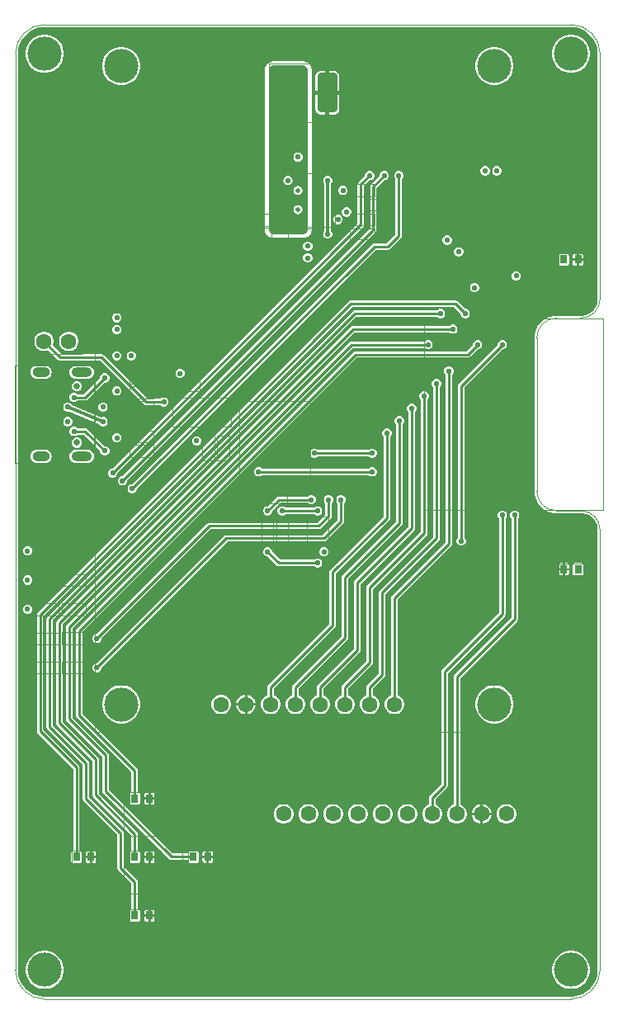
<source format=gbl>
G04*
G04 #@! TF.GenerationSoftware,Altium Limited,Altium Designer,22.10.1 (41)*
G04*
G04 Layer_Physical_Order=4*
G04 Layer_Color=16711680*
%FSLAX44Y44*%
%MOMM*%
G71*
G04*
G04 #@! TF.SameCoordinates,9034F27D-8993-4B38-BF2F-AE75C4F05548*
G04*
G04*
G04 #@! TF.FilePolarity,Positive*
G04*
G01*
G75*
%ADD11C,0.1000*%
G04:AMPARAMS|DCode=13|XSize=0.7mm|YSize=0.9mm|CornerRadius=0.0875mm|HoleSize=0mm|Usage=FLASHONLY|Rotation=0.000|XOffset=0mm|YOffset=0mm|HoleType=Round|Shape=RoundedRectangle|*
%AMROUNDEDRECTD13*
21,1,0.7000,0.7250,0,0,0.0*
21,1,0.5250,0.9000,0,0,0.0*
1,1,0.1750,0.2625,-0.3625*
1,1,0.1750,-0.2625,-0.3625*
1,1,0.1750,-0.2625,0.3625*
1,1,0.1750,0.2625,0.3625*
%
%ADD13ROUNDEDRECTD13*%
%ADD54C,0.2500*%
%ADD56C,0.3000*%
%ADD59C,3.5000*%
%ADD60C,1.6000*%
%ADD61O,1.8000X1.0000*%
%ADD62O,2.1000X1.0000*%
%ADD63C,0.6500*%
%ADD64C,0.5500*%
%ADD65C,0.5000*%
G04:AMPARAMS|DCode=66|XSize=2mm|YSize=4mm|CornerRadius=0.25mm|HoleSize=0mm|Usage=FLASHONLY|Rotation=0.000|XOffset=0mm|YOffset=0mm|HoleType=Round|Shape=RoundedRectangle|*
%AMROUNDEDRECTD66*
21,1,2.0000,3.5000,0,0,0.0*
21,1,1.5000,4.0000,0,0,0.0*
1,1,0.5000,0.7500,-1.7500*
1,1,0.5000,-0.7500,-1.7500*
1,1,0.5000,-0.7500,1.7500*
1,1,0.5000,0.7500,1.7500*
%
%ADD66ROUNDEDRECTD66*%
G36*
X571799Y997451D02*
X575367Y996982D01*
X578843Y996050D01*
X582167Y994673D01*
X585284Y992874D01*
X588139Y990683D01*
X590683Y988139D01*
X592874Y985284D01*
X594673Y982168D01*
X596050Y978843D01*
X596982Y975367D01*
X597451Y971799D01*
Y970000D01*
X597451Y718750D01*
Y717031D01*
X596781Y713660D01*
X595465Y710484D01*
X593555Y707625D01*
X591125Y705195D01*
X588266Y703285D01*
X585090Y701970D01*
X581719Y701299D01*
X555000D01*
X554938Y701286D01*
X554875Y701296D01*
X552915Y701199D01*
X552731Y701153D01*
X552542D01*
X548697Y700389D01*
X548465Y700293D01*
X548219Y700244D01*
X544597Y698743D01*
X544388Y698604D01*
X544156Y698508D01*
X540896Y696329D01*
X540719Y696152D01*
X540510Y696012D01*
X537738Y693240D01*
X537598Y693031D01*
X537421Y692854D01*
X535242Y689594D01*
X535146Y689362D01*
X535007Y689153D01*
X533506Y685531D01*
X533457Y685285D01*
X533361Y685053D01*
X532596Y681208D01*
Y681019D01*
X532551Y680835D01*
X532454Y678875D01*
X532463Y678812D01*
X532451Y678750D01*
Y521250D01*
X532463Y521188D01*
X532454Y521125D01*
X532551Y519165D01*
X532596Y518981D01*
Y518792D01*
X533361Y514947D01*
X533457Y514715D01*
X533506Y514469D01*
X535007Y510847D01*
X535146Y510638D01*
X535242Y510406D01*
X537421Y507146D01*
X537598Y506969D01*
X537738Y506760D01*
X540510Y503988D01*
X540719Y503848D01*
X540896Y503671D01*
X544156Y501492D01*
X544388Y501396D01*
X544597Y501257D01*
X548219Y499756D01*
X548465Y499707D01*
X548697Y499611D01*
X552542Y498846D01*
X552731D01*
X552915Y498801D01*
X554875Y498704D01*
X554938Y498714D01*
X555000Y498701D01*
X580000Y498701D01*
D01*
X581719Y498701D01*
X585090Y498031D01*
X588266Y496715D01*
X591124Y494805D01*
X593555Y492374D01*
X595465Y489516D01*
X596781Y486340D01*
X597451Y482969D01*
X597451Y481250D01*
D01*
Y481250D01*
X597451Y30000D01*
Y28201D01*
X596982Y24633D01*
X596050Y21157D01*
X594673Y17832D01*
X592874Y14716D01*
X590683Y11861D01*
X588139Y9317D01*
X585284Y7126D01*
X582167Y5327D01*
X578843Y3950D01*
X575367Y3018D01*
X571799Y2549D01*
X28201D01*
X24633Y3018D01*
X21157Y3950D01*
X17832Y5327D01*
X14716Y7126D01*
X11861Y9317D01*
X9317Y11861D01*
X7126Y14716D01*
X5327Y17833D01*
X3950Y21157D01*
X3018Y24633D01*
X2549Y28201D01*
Y30000D01*
Y970000D01*
Y971799D01*
X3018Y975367D01*
X3950Y978843D01*
X5327Y982168D01*
X7126Y985284D01*
X9317Y988139D01*
X11861Y990683D01*
X14716Y992874D01*
X17833Y994673D01*
X21157Y996050D01*
X24633Y996981D01*
X28201Y997451D01*
X570000D01*
X571799Y997451D01*
D02*
G37*
%LPC*%
G36*
X295000Y962328D02*
X265000Y962328D01*
X264006Y962328D01*
X264006D01*
X264005D01*
X263592Y962246D01*
X262445Y962018D01*
X262445Y962018D01*
X260607Y961257D01*
X260607D01*
X260607D01*
X260607Y961257D01*
X259941Y960812D01*
X259284Y960373D01*
X257877Y958966D01*
X257877Y958966D01*
X257877Y958966D01*
X257657Y958637D01*
X256993Y957643D01*
X256993Y957643D01*
X256232Y955805D01*
X256232Y955805D01*
X255922Y954245D01*
Y953250D01*
Y840250D01*
X255922Y840250D01*
X255922Y790000D01*
X255922Y789006D01*
Y789006D01*
Y789006D01*
X256045Y788385D01*
X256232Y787445D01*
X256232Y787445D01*
Y787445D01*
X256993Y785607D01*
D01*
X256993Y785607D01*
X257547Y784778D01*
X257877Y784284D01*
X257877Y784284D01*
X257877Y784284D01*
X259284Y782877D01*
X260077Y782347D01*
X260607Y781993D01*
X262445Y781232D01*
X262445D01*
X262445Y781232D01*
X263385Y781045D01*
X264005Y780922D01*
X264006D01*
X264006D01*
X265000Y780922D01*
D01*
X295000Y780922D01*
X295994Y780922D01*
X295994D01*
X295994D01*
X296305Y780983D01*
X297555Y781232D01*
X297555Y781232D01*
X299393Y781993D01*
X299393Y781993D01*
X300186Y782523D01*
X300716Y782877D01*
X300716Y782877D01*
X302123Y784284D01*
X303007Y785607D01*
Y785607D01*
X303768Y787445D01*
X304078Y789005D01*
Y790000D01*
Y942000D01*
X304078Y942001D01*
X304078Y953250D01*
X304078Y954244D01*
Y954244D01*
Y954244D01*
X303955Y954865D01*
X303768Y955805D01*
X303768Y955805D01*
Y955805D01*
X303007Y957643D01*
X303007Y957643D01*
Y957643D01*
X302474Y958439D01*
X302123Y958966D01*
X302123Y958966D01*
X302123Y958966D01*
X300716Y960373D01*
X300716D01*
Y960373D01*
X300453Y960548D01*
X299393Y961257D01*
X299393Y961257D01*
X297555Y962018D01*
X297555D01*
X297555Y962018D01*
X296512Y962225D01*
X295995Y962328D01*
X295994D01*
X295994D01*
X295000Y962328D01*
X295000Y962328D01*
D02*
G37*
G36*
X571921Y989500D02*
X568079D01*
X564312Y988751D01*
X560763Y987281D01*
X557570Y985147D01*
X554853Y982430D01*
X552719Y979237D01*
X551249Y975688D01*
X550500Y971920D01*
Y968079D01*
X551249Y964312D01*
X552719Y960763D01*
X554853Y957569D01*
X557570Y954853D01*
X560763Y952719D01*
X564312Y951249D01*
X568079Y950500D01*
X571921D01*
X575688Y951249D01*
X579237Y952719D01*
X582431Y954853D01*
X585147Y957569D01*
X587281Y960763D01*
X588751Y964312D01*
X589500Y968079D01*
Y971920D01*
X588751Y975688D01*
X587281Y979237D01*
X585147Y982430D01*
X582431Y985147D01*
X579237Y987281D01*
X575688Y988751D01*
X571921Y989500D01*
D02*
G37*
G36*
X31921D02*
X28079D01*
X24312Y988751D01*
X20763Y987281D01*
X17570Y985147D01*
X14853Y982430D01*
X12719Y979237D01*
X11249Y975688D01*
X10500Y971920D01*
Y968079D01*
X11249Y964312D01*
X12719Y960763D01*
X14853Y957569D01*
X17570Y954853D01*
X20763Y952719D01*
X24312Y951249D01*
X28079Y950500D01*
X31921D01*
X35688Y951249D01*
X39237Y952719D01*
X42431Y954853D01*
X45147Y957569D01*
X47281Y960763D01*
X48751Y964312D01*
X49500Y968079D01*
Y971920D01*
X48751Y975688D01*
X47281Y979237D01*
X45147Y982430D01*
X42431Y985147D01*
X39237Y987281D01*
X35688Y988751D01*
X31921Y989500D01*
D02*
G37*
G36*
X493421Y977000D02*
X489579D01*
X485812Y976251D01*
X482263Y974781D01*
X479070Y972647D01*
X476353Y969930D01*
X474219Y966737D01*
X472749Y963188D01*
X472000Y959421D01*
Y955579D01*
X472749Y951812D01*
X474219Y948263D01*
X476353Y945070D01*
X479070Y942353D01*
X482263Y940219D01*
X485812Y938749D01*
X489579Y938000D01*
X493421D01*
X497188Y938749D01*
X500737Y940219D01*
X503931Y942353D01*
X506647Y945070D01*
X508781Y948263D01*
X510251Y951812D01*
X511000Y955579D01*
Y959421D01*
X510251Y963188D01*
X508781Y966737D01*
X506647Y969930D01*
X503931Y972647D01*
X500737Y974781D01*
X497188Y976251D01*
X493421Y977000D01*
D02*
G37*
G36*
X110421D02*
X106579D01*
X102812Y976251D01*
X99263Y974781D01*
X96069Y972647D01*
X93353Y969930D01*
X91219Y966737D01*
X89749Y963188D01*
X89000Y959421D01*
Y955579D01*
X89749Y951812D01*
X91219Y948263D01*
X93353Y945070D01*
X96069Y942353D01*
X99263Y940219D01*
X102812Y938749D01*
X106579Y938000D01*
X110421D01*
X114188Y938749D01*
X117737Y940219D01*
X120931Y942353D01*
X123647Y945070D01*
X125781Y948263D01*
X127251Y951812D01*
X128000Y955579D01*
Y959421D01*
X127251Y963188D01*
X125781Y966737D01*
X123647Y969930D01*
X120931Y972647D01*
X117737Y974781D01*
X114188Y976251D01*
X110421Y977000D01*
D02*
G37*
G36*
X327500Y952088D02*
X322000D01*
Y932000D01*
X332088D01*
Y947500D01*
X331739Y949256D01*
X330744Y950744D01*
X329256Y951739D01*
X327500Y952088D01*
D02*
G37*
G36*
X318000D02*
X312500D01*
X310744Y951739D01*
X309256Y950744D01*
X308261Y949256D01*
X307912Y947500D01*
Y932000D01*
X318000D01*
Y952088D01*
D02*
G37*
G36*
X332088Y928000D02*
X322000D01*
Y907912D01*
X327500D01*
X329256Y908261D01*
X330744Y909256D01*
X331739Y910744D01*
X332088Y912500D01*
Y928000D01*
D02*
G37*
G36*
X318000D02*
X307912D01*
Y912500D01*
X308261Y910744D01*
X309256Y909256D01*
X310744Y908261D01*
X312500Y907912D01*
X318000D01*
Y928000D01*
D02*
G37*
G36*
X494945Y854750D02*
X493055D01*
X491309Y854027D01*
X489973Y852691D01*
X489250Y850945D01*
Y849055D01*
X489973Y847309D01*
X491309Y845973D01*
X493055Y845250D01*
X494945D01*
X496691Y845973D01*
X498027Y847309D01*
X498750Y849055D01*
Y850945D01*
X498027Y852691D01*
X496691Y854027D01*
X494945Y854750D01*
D02*
G37*
G36*
X482945D02*
X481055D01*
X479309Y854027D01*
X477973Y852691D01*
X477250Y850945D01*
Y849055D01*
X477973Y847309D01*
X479309Y845973D01*
X481055Y845250D01*
X482945D01*
X484691Y845973D01*
X486027Y847309D01*
X486750Y849055D01*
Y850945D01*
X486027Y852691D01*
X484691Y854027D01*
X482945Y854750D01*
D02*
G37*
G36*
X336945Y834500D02*
X335055D01*
X333309Y833777D01*
X331973Y832441D01*
X331250Y830695D01*
Y828805D01*
X331973Y827059D01*
X333309Y825723D01*
X335055Y825000D01*
X336945D01*
X338691Y825723D01*
X340027Y827059D01*
X340750Y828805D01*
Y830695D01*
X340027Y832441D01*
X338691Y833777D01*
X336945Y834500D01*
D02*
G37*
G36*
X340695Y812250D02*
X338805D01*
X337059Y811527D01*
X335723Y810191D01*
X335000Y808445D01*
Y806555D01*
X335723Y804809D01*
X337059Y803473D01*
X338805Y802750D01*
X340695D01*
X342441Y803473D01*
X343777Y804809D01*
X344500Y806555D01*
Y808445D01*
X343777Y810191D01*
X342441Y811527D01*
X340695Y812250D01*
D02*
G37*
G36*
X331945Y804750D02*
X330055D01*
X328309Y804027D01*
X326973Y802691D01*
X326250Y800945D01*
Y799055D01*
X326973Y797309D01*
X328309Y795973D01*
X330055Y795250D01*
X331945D01*
X333691Y795973D01*
X335027Y797309D01*
X335750Y799055D01*
Y800945D01*
X335027Y802691D01*
X333691Y804027D01*
X331945Y804750D01*
D02*
G37*
G36*
X321445Y844750D02*
X319555D01*
X317809Y844027D01*
X316473Y842691D01*
X315750Y840945D01*
Y839055D01*
X316473Y837309D01*
X316931Y836851D01*
Y788149D01*
X316473Y787691D01*
X315750Y785945D01*
Y784055D01*
X316473Y782309D01*
X317809Y780973D01*
X319555Y780250D01*
X321445D01*
X323191Y780973D01*
X324527Y782309D01*
X325250Y784055D01*
Y785945D01*
X324527Y787691D01*
X324069Y788149D01*
Y836851D01*
X324527Y837309D01*
X325250Y839055D01*
Y840945D01*
X324527Y842691D01*
X323191Y844027D01*
X321445Y844750D01*
D02*
G37*
G36*
X443945Y783500D02*
X442055D01*
X440309Y782777D01*
X438973Y781441D01*
X438250Y779695D01*
Y777805D01*
X438973Y776059D01*
X440309Y774723D01*
X442055Y774000D01*
X443945D01*
X445691Y774723D01*
X447027Y776059D01*
X447750Y777805D01*
Y779695D01*
X447027Y781441D01*
X445691Y782777D01*
X443945Y783500D01*
D02*
G37*
G36*
X300945Y777250D02*
X299055D01*
X297309Y776527D01*
X295973Y775191D01*
X295250Y773445D01*
Y771555D01*
X295973Y769809D01*
X297309Y768473D01*
X299055Y767750D01*
X300945D01*
X302691Y768473D01*
X304027Y769809D01*
X304750Y771555D01*
Y773445D01*
X304027Y775191D01*
X302691Y776527D01*
X300945Y777250D01*
D02*
G37*
G36*
X455945Y771500D02*
X454055D01*
X452309Y770777D01*
X450973Y769441D01*
X450250Y767695D01*
Y765805D01*
X450973Y764059D01*
X452309Y762723D01*
X454055Y762000D01*
X455945D01*
X457691Y762723D01*
X459027Y764059D01*
X459750Y765805D01*
Y767695D01*
X459027Y769441D01*
X457691Y770777D01*
X455945Y771500D01*
D02*
G37*
G36*
X580125Y765556D02*
X578750D01*
Y760250D01*
X583056D01*
Y762625D01*
X582833Y763747D01*
X582198Y764698D01*
X581247Y765333D01*
X580125Y765556D01*
D02*
G37*
G36*
X576250D02*
X574875D01*
X573753Y765333D01*
X572802Y764698D01*
X572167Y763747D01*
X571944Y762625D01*
Y760250D01*
X576250D01*
Y765556D01*
D02*
G37*
G36*
X300945Y765250D02*
X299055D01*
X297309Y764527D01*
X295973Y763191D01*
X295250Y761445D01*
Y759555D01*
X295973Y757809D01*
X297309Y756473D01*
X299055Y755750D01*
X300945D01*
X302691Y756473D01*
X304027Y757809D01*
X304750Y759555D01*
Y761445D01*
X304027Y763191D01*
X302691Y764527D01*
X300945Y765250D01*
D02*
G37*
G36*
X583056Y757750D02*
X578750D01*
Y752444D01*
X580125D01*
X581247Y752667D01*
X582198Y753302D01*
X582833Y754253D01*
X583056Y755375D01*
Y757750D01*
D02*
G37*
G36*
X576250D02*
X571944D01*
Y755375D01*
X572167Y754253D01*
X572802Y753302D01*
X573753Y752667D01*
X574875Y752444D01*
X576250D01*
Y757750D01*
D02*
G37*
G36*
X565125Y765556D02*
X559875D01*
X558753Y765333D01*
X557802Y764698D01*
X557167Y763747D01*
X556944Y762625D01*
Y755375D01*
X557167Y754253D01*
X557802Y753302D01*
X558753Y752667D01*
X559875Y752444D01*
X565125D01*
X566247Y752667D01*
X567198Y753302D01*
X567833Y754253D01*
X568056Y755375D01*
Y762625D01*
X567833Y763747D01*
X567198Y764698D01*
X566247Y765333D01*
X565125Y765556D01*
D02*
G37*
G36*
X514745Y746750D02*
X512855D01*
X511109Y746027D01*
X509773Y744691D01*
X509050Y742945D01*
Y741055D01*
X509773Y739309D01*
X511109Y737973D01*
X512855Y737250D01*
X514745D01*
X516491Y737973D01*
X517827Y739309D01*
X518550Y741055D01*
Y742945D01*
X517827Y744691D01*
X516491Y746027D01*
X514745Y746750D01*
D02*
G37*
G36*
X472045Y734750D02*
X470155D01*
X468409Y734027D01*
X467073Y732691D01*
X466350Y730945D01*
Y729055D01*
X467073Y727309D01*
X468409Y725973D01*
X470155Y725250D01*
X472045D01*
X473791Y725973D01*
X475127Y727309D01*
X475850Y729055D01*
Y730945D01*
X475127Y732691D01*
X473791Y734027D01*
X472045Y734750D01*
D02*
G37*
G36*
X451500Y716814D02*
X344324D01*
X343266Y716603D01*
X343055Y716561D01*
X341980Y715843D01*
X22907Y396770D01*
X22189Y395695D01*
X22147Y395484D01*
X21936Y394426D01*
Y274900D01*
X22147Y273842D01*
X22189Y273632D01*
X22907Y272557D01*
X59186Y236277D01*
Y152419D01*
X58753Y152333D01*
X57802Y151698D01*
X57167Y150747D01*
X56944Y149625D01*
Y142375D01*
X57167Y141253D01*
X57802Y140302D01*
X58753Y139667D01*
X59875Y139444D01*
X65125D01*
X66247Y139667D01*
X67198Y140302D01*
X67833Y141253D01*
X68056Y142375D01*
Y149625D01*
X67833Y150747D01*
X67198Y151698D01*
X66247Y152333D01*
X65814Y152419D01*
Y237650D01*
X65603Y238708D01*
X65561Y238918D01*
X64843Y239993D01*
X28564Y276272D01*
Y393054D01*
X345696Y710186D01*
X450127D01*
X456750Y703564D01*
Y702555D01*
X457473Y700809D01*
X458809Y699473D01*
X460555Y698750D01*
X462445D01*
X464191Y699473D01*
X465527Y700809D01*
X466250Y702555D01*
Y704445D01*
X465527Y706191D01*
X464191Y707527D01*
X462445Y708250D01*
X461436D01*
X453843Y715843D01*
X452768Y716561D01*
X452558Y716603D01*
X451500Y716814D01*
D02*
G37*
G36*
X437045Y708250D02*
X435155D01*
X433409Y707527D01*
X432696Y706814D01*
X348466D01*
X347198Y706561D01*
X346123Y705843D01*
X32907Y392627D01*
X32189Y391552D01*
X32147Y391342D01*
X31936Y390284D01*
Y279042D01*
X32147Y277984D01*
X32189Y277774D01*
X32907Y276699D01*
X69186Y240419D01*
Y205343D01*
X69397Y204285D01*
X69439Y204075D01*
X70157Y203000D01*
X104686Y168470D01*
Y134750D01*
X104897Y133692D01*
X104939Y133482D01*
X105657Y132407D01*
X119186Y118877D01*
Y92419D01*
X118753Y92333D01*
X117802Y91698D01*
X117167Y90747D01*
X116944Y89625D01*
Y82375D01*
X117167Y81253D01*
X117802Y80302D01*
X118753Y79667D01*
X119875Y79444D01*
X125125D01*
X126247Y79667D01*
X127198Y80302D01*
X127833Y81253D01*
X128056Y82375D01*
Y89625D01*
X127833Y90747D01*
X127198Y91698D01*
X126247Y92333D01*
X125814Y92419D01*
Y120250D01*
X125603Y121308D01*
X125561Y121518D01*
X124843Y122593D01*
X111314Y136123D01*
Y169843D01*
X111061Y171111D01*
X110343Y172186D01*
X75814Y206716D01*
Y241792D01*
X75561Y243060D01*
X74843Y244135D01*
X38564Y280415D01*
Y388912D01*
X349838Y700186D01*
X432696D01*
X433409Y699473D01*
X435155Y698750D01*
X437045D01*
X438791Y699473D01*
X440127Y700809D01*
X440850Y702555D01*
Y704445D01*
X440127Y706191D01*
X438791Y707527D01*
X437045Y708250D01*
D02*
G37*
G36*
X104945Y703750D02*
X103055D01*
X101309Y703027D01*
X99973Y701691D01*
X99250Y699945D01*
Y698055D01*
X99973Y696309D01*
X101309Y694973D01*
X103055Y694250D01*
X104945D01*
X106691Y694973D01*
X108027Y696309D01*
X108750Y698055D01*
Y699945D01*
X108027Y701691D01*
X106691Y703027D01*
X104945Y703750D01*
D02*
G37*
G36*
X449745Y692250D02*
X447855D01*
X446109Y691527D01*
X445396Y690814D01*
X346608D01*
X345550Y690603D01*
X345340Y690561D01*
X344265Y689843D01*
X42907Y388485D01*
X42189Y387410D01*
X42147Y387200D01*
X41936Y386142D01*
Y283184D01*
X42147Y282126D01*
X42189Y281916D01*
X42907Y280841D01*
X79186Y244562D01*
Y209485D01*
X79397Y208427D01*
X79439Y208217D01*
X80157Y207142D01*
X119186Y168113D01*
Y152419D01*
X118753Y152333D01*
X117802Y151698D01*
X117167Y150747D01*
X116944Y149625D01*
Y142375D01*
X117167Y141253D01*
X117802Y140302D01*
X118753Y139667D01*
X119875Y139444D01*
X125125D01*
X126247Y139667D01*
X127198Y140302D01*
X127833Y141253D01*
X128056Y142375D01*
Y149625D01*
X127833Y150747D01*
X127198Y151698D01*
X126247Y152333D01*
X125814Y152419D01*
Y169485D01*
X125561Y170753D01*
X124843Y171828D01*
X85814Y210858D01*
Y245934D01*
X85561Y247202D01*
X84843Y248277D01*
X48564Y284557D01*
Y384770D01*
X347980Y684186D01*
X445396D01*
X446109Y683473D01*
X447855Y682750D01*
X449745D01*
X451491Y683473D01*
X452827Y684809D01*
X453550Y686555D01*
Y688445D01*
X452827Y690191D01*
X451491Y691527D01*
X449745Y692250D01*
D02*
G37*
G36*
X104945Y691750D02*
X103055D01*
X101309Y691027D01*
X99973Y689691D01*
X99250Y687945D01*
Y686055D01*
X99973Y684309D01*
X101309Y682973D01*
X103055Y682250D01*
X104945D01*
X106691Y682973D01*
X108027Y684309D01*
X108750Y686055D01*
Y687945D01*
X108027Y689691D01*
X106691Y691027D01*
X104945Y691750D01*
D02*
G37*
G36*
X424345Y676250D02*
X422455D01*
X420709Y675527D01*
X419996Y674814D01*
X344750D01*
X343482Y674561D01*
X343125Y674323D01*
X342407Y673843D01*
X52907Y384343D01*
X52189Y383268D01*
X52147Y383058D01*
X51936Y382000D01*
Y287326D01*
X52147Y286269D01*
X52189Y286058D01*
X52907Y284983D01*
X89186Y248704D01*
Y213627D01*
X89397Y212570D01*
X89439Y212359D01*
X90157Y211284D01*
X157784Y143657D01*
X158859Y142939D01*
X160127Y142686D01*
X176944D01*
Y142375D01*
X177167Y141253D01*
X177802Y140302D01*
X178753Y139667D01*
X179875Y139444D01*
X185125D01*
X186247Y139667D01*
X187198Y140302D01*
X187833Y141253D01*
X188056Y142375D01*
Y149625D01*
X187833Y150747D01*
X187198Y151698D01*
X186247Y152333D01*
X185125Y152556D01*
X179875D01*
X178753Y152333D01*
X177802Y151698D01*
X177167Y150747D01*
X176944Y149625D01*
Y149314D01*
X161500D01*
X95814Y215000D01*
Y250076D01*
X95561Y251344D01*
X94843Y252419D01*
X58564Y288699D01*
Y380628D01*
X346123Y668186D01*
X419996D01*
X420709Y667473D01*
X422455Y666750D01*
X424345D01*
X426091Y667473D01*
X427427Y668809D01*
X428150Y670555D01*
Y672445D01*
X427427Y674191D01*
X426091Y675527D01*
X424345Y676250D01*
D02*
G37*
G36*
X56017Y685000D02*
X53383D01*
X50840Y684318D01*
X48560Y683002D01*
X46698Y681140D01*
X45381Y678860D01*
X44700Y676317D01*
Y673683D01*
X45381Y671140D01*
X46698Y668860D01*
X48560Y666998D01*
X50840Y665682D01*
X53383Y665000D01*
X56017D01*
X58560Y665682D01*
X60840Y666998D01*
X62702Y668860D01*
X64019Y671140D01*
X64700Y673683D01*
Y676317D01*
X64019Y678860D01*
X62702Y681140D01*
X60840Y683002D01*
X58560Y684318D01*
X56017Y685000D01*
D02*
G37*
G36*
X119945Y664750D02*
X118055D01*
X116309Y664027D01*
X114973Y662691D01*
X114250Y660945D01*
Y659055D01*
X114973Y657309D01*
X116309Y655973D01*
X118055Y655250D01*
X119945D01*
X121691Y655973D01*
X123027Y657309D01*
X123750Y659055D01*
Y660945D01*
X123027Y662691D01*
X121691Y664027D01*
X119945Y664750D01*
D02*
G37*
G36*
X104945D02*
X103055D01*
X101309Y664027D01*
X99973Y662691D01*
X99250Y660945D01*
Y659055D01*
X99973Y657309D01*
X101309Y655973D01*
X103055Y655250D01*
X104945D01*
X106691Y655973D01*
X108027Y657309D01*
X108750Y659055D01*
Y660945D01*
X108027Y662691D01*
X106691Y664027D01*
X104945Y664750D01*
D02*
G37*
G36*
X169945Y646750D02*
X168055D01*
X166309Y646027D01*
X164973Y644691D01*
X164250Y642945D01*
Y641055D01*
X164973Y639309D01*
X166309Y637973D01*
X168055Y637250D01*
X169945D01*
X171691Y637973D01*
X173027Y639309D01*
X173750Y641055D01*
Y642945D01*
X173027Y644691D01*
X171691Y646027D01*
X169945Y646750D01*
D02*
G37*
G36*
X73525Y650260D02*
X62525D01*
X60698Y650020D01*
X58995Y649314D01*
X57533Y648192D01*
X56410Y646730D01*
X55705Y645027D01*
X55465Y643200D01*
X55705Y641373D01*
X56410Y639670D01*
X57533Y638208D01*
X58995Y637085D01*
X60698Y636380D01*
X62525Y636140D01*
X73525D01*
X75352Y636380D01*
X77055Y637085D01*
X78517Y638208D01*
X79640Y639670D01*
X80345Y641373D01*
X80585Y643200D01*
X80345Y645027D01*
X79640Y646730D01*
X78517Y648192D01*
X77055Y649314D01*
X75352Y650020D01*
X73525Y650260D01*
D02*
G37*
G36*
X30225D02*
X22225D01*
X20398Y650020D01*
X18695Y649314D01*
X17233Y648192D01*
X16111Y646730D01*
X15405Y645027D01*
X15165Y643200D01*
X15405Y641373D01*
X16111Y639670D01*
X17233Y638208D01*
X18695Y637085D01*
X20398Y636380D01*
X22225Y636140D01*
X30225D01*
X32052Y636380D01*
X33755Y637085D01*
X35217Y638208D01*
X36339Y639670D01*
X37045Y641373D01*
X37285Y643200D01*
X37045Y645027D01*
X36339Y646730D01*
X35217Y648192D01*
X33755Y649314D01*
X32052Y650020D01*
X30225Y650260D01*
D02*
G37*
G36*
X64069Y634150D02*
X61981D01*
X60051Y633351D01*
X58574Y631874D01*
X57775Y629944D01*
Y627856D01*
X58574Y625926D01*
X60051Y624449D01*
X61981Y623650D01*
X64069D01*
X65999Y624449D01*
X67476Y625926D01*
X68275Y627856D01*
Y629944D01*
X67476Y631874D01*
X65999Y633351D01*
X64069Y634150D01*
D02*
G37*
G36*
X92695Y642250D02*
X90805D01*
X89059Y641527D01*
X87723Y640191D01*
X87000Y638445D01*
Y637436D01*
X70377Y620814D01*
X63404D01*
X62691Y621527D01*
X60945Y622250D01*
X59055D01*
X57309Y621527D01*
X55973Y620191D01*
X55250Y618445D01*
Y616555D01*
X55973Y614809D01*
X57309Y613473D01*
X59055Y612750D01*
X60945D01*
X62691Y613473D01*
X63404Y614186D01*
X71750D01*
X72808Y614397D01*
X73018Y614439D01*
X74093Y615157D01*
X91686Y632750D01*
X92695D01*
X94441Y633473D01*
X95777Y634809D01*
X96500Y636555D01*
Y638445D01*
X95777Y640191D01*
X94441Y641527D01*
X92695Y642250D01*
D02*
G37*
G36*
X104945Y628750D02*
X103055D01*
X101309Y628027D01*
X99973Y626691D01*
X99250Y624945D01*
Y623055D01*
X99973Y621309D01*
X101309Y619973D01*
X103055Y619250D01*
X104945D01*
X106691Y619973D01*
X108027Y621309D01*
X108750Y623055D01*
Y624945D01*
X108027Y626691D01*
X106691Y628027D01*
X104945Y628750D01*
D02*
G37*
G36*
X30617Y685000D02*
X27984D01*
X25440Y684318D01*
X23160Y683002D01*
X21298Y681140D01*
X19981Y678860D01*
X19300Y676317D01*
Y673683D01*
X19981Y671140D01*
X21298Y668860D01*
X23160Y666998D01*
X25440Y665682D01*
X27984Y665000D01*
X30617D01*
X33160Y665682D01*
X33649Y665964D01*
X43707Y655907D01*
X44782Y655189D01*
X46050Y654936D01*
X87151D01*
X131680Y610407D01*
X132399Y609927D01*
X132755Y609689D01*
X134023Y609436D01*
X148846D01*
X149559Y608723D01*
X151305Y608000D01*
X153195D01*
X154941Y608723D01*
X156277Y610059D01*
X157000Y611805D01*
Y613695D01*
X156277Y615441D01*
X154941Y616777D01*
X153195Y617500D01*
X151305D01*
X149559Y616777D01*
X148846Y616064D01*
X135396D01*
X90866Y660593D01*
X89791Y661311D01*
X89581Y661353D01*
X88523Y661564D01*
X47423D01*
X38336Y670650D01*
X38619Y671140D01*
X39300Y673683D01*
Y676317D01*
X38619Y678860D01*
X37302Y681140D01*
X35440Y683002D01*
X33160Y684318D01*
X30617Y685000D01*
D02*
G37*
G36*
X90725Y612250D02*
X88835D01*
X87089Y611527D01*
X85753Y610191D01*
X85030Y608445D01*
Y606555D01*
X85753Y604809D01*
X87089Y603473D01*
X88835Y602750D01*
X90725D01*
X92471Y603473D01*
X93807Y604809D01*
X94530Y606555D01*
Y608445D01*
X93807Y610191D01*
X92471Y611527D01*
X90725Y612250D01*
D02*
G37*
G36*
X54715Y612250D02*
X52825D01*
X51079Y611527D01*
X49743Y610191D01*
X49020Y608445D01*
Y606555D01*
X49743Y604809D01*
X51079Y603473D01*
X52825Y602750D01*
X54715D01*
X55305Y602995D01*
X85502Y590416D01*
X85753Y589809D01*
X87089Y588473D01*
X88835Y587750D01*
X90725D01*
X92471Y588473D01*
X93807Y589809D01*
X94530Y591555D01*
Y593445D01*
X93807Y595191D01*
X92471Y596527D01*
X90725Y597250D01*
X88835D01*
X88245Y597005D01*
X58048Y609584D01*
X57797Y610191D01*
X56461Y611527D01*
X54715Y612250D01*
D02*
G37*
G36*
Y597250D02*
X52825D01*
X51079Y596527D01*
X49743Y595191D01*
X49020Y593445D01*
Y591555D01*
X49743Y589809D01*
X51079Y588473D01*
X52825Y587750D01*
X54715D01*
X56461Y588473D01*
X57797Y589809D01*
X58520Y591555D01*
Y593445D01*
X57797Y595191D01*
X56461Y596527D01*
X54715Y597250D01*
D02*
G37*
G36*
X104945Y580750D02*
X103055D01*
X101309Y580027D01*
X99973Y578691D01*
X99250Y576945D01*
Y575055D01*
X99973Y573309D01*
X101309Y571973D01*
X103055Y571250D01*
X104945D01*
X106691Y571973D01*
X108027Y573309D01*
X108750Y575055D01*
Y576945D01*
X108027Y578691D01*
X106691Y580027D01*
X104945Y580750D01*
D02*
G37*
G36*
X186945Y577520D02*
X185055D01*
X183309Y576797D01*
X181973Y575461D01*
X181250Y573715D01*
Y571825D01*
X181973Y570079D01*
X183309Y568743D01*
X185055Y568020D01*
X186945D01*
X188691Y568743D01*
X190027Y570079D01*
X190750Y571825D01*
Y573715D01*
X190027Y575461D01*
X188691Y576797D01*
X186945Y577520D01*
D02*
G37*
G36*
X64069Y576350D02*
X61981D01*
X60051Y575551D01*
X58574Y574074D01*
X57775Y572144D01*
Y570056D01*
X58574Y568126D01*
X60051Y566649D01*
X61981Y565850D01*
X64069D01*
X65999Y566649D01*
X67476Y568126D01*
X68275Y570056D01*
Y572144D01*
X67476Y574074D01*
X65999Y575551D01*
X64069Y576350D01*
D02*
G37*
G36*
X366945Y564820D02*
X365055D01*
X363309Y564097D01*
X362596Y563384D01*
X310356D01*
X309643Y564097D01*
X307897Y564820D01*
X306007D01*
X304261Y564097D01*
X302925Y562761D01*
X302202Y561015D01*
Y559125D01*
X302925Y557379D01*
X304261Y556043D01*
X306007Y555320D01*
X307897D01*
X309643Y556043D01*
X310356Y556756D01*
X362596D01*
X363309Y556043D01*
X365055Y555320D01*
X366945D01*
X368691Y556043D01*
X370027Y557379D01*
X370750Y559125D01*
Y561015D01*
X370027Y562761D01*
X368691Y564097D01*
X366945Y564820D01*
D02*
G37*
G36*
X60945Y587250D02*
X59055D01*
X57309Y586527D01*
X55973Y585191D01*
X55250Y583445D01*
Y581555D01*
X55973Y579809D01*
X57309Y578473D01*
X59055Y577750D01*
X60945D01*
X62691Y578473D01*
X63404Y579186D01*
X70377D01*
X87000Y562564D01*
Y561555D01*
X87723Y559809D01*
X89059Y558473D01*
X90805Y557750D01*
X92695D01*
X94441Y558473D01*
X95777Y559809D01*
X96500Y561555D01*
Y563445D01*
X95777Y565191D01*
X94441Y566527D01*
X92695Y567250D01*
X91686D01*
X74093Y584843D01*
X73018Y585561D01*
X72808Y585603D01*
X71750Y585814D01*
X63404D01*
X62691Y586527D01*
X60945Y587250D01*
D02*
G37*
G36*
X73525Y563860D02*
X62525D01*
X60698Y563620D01*
X58995Y562914D01*
X57533Y561792D01*
X56410Y560330D01*
X55705Y558627D01*
X55465Y556800D01*
X55705Y554973D01*
X56410Y553270D01*
X57533Y551808D01*
X58995Y550686D01*
X60698Y549980D01*
X62525Y549740D01*
X73525D01*
X75352Y549980D01*
X77055Y550686D01*
X78517Y551808D01*
X79640Y553270D01*
X80345Y554973D01*
X80585Y556800D01*
X80345Y558627D01*
X79640Y560330D01*
X78517Y561792D01*
X77055Y562914D01*
X75352Y563620D01*
X73525Y563860D01*
D02*
G37*
G36*
X30225D02*
X22225D01*
X20398Y563620D01*
X18695Y562914D01*
X17233Y561792D01*
X16111Y560330D01*
X15405Y558627D01*
X15165Y556800D01*
X15405Y554973D01*
X16111Y553270D01*
X17233Y551808D01*
X18695Y550686D01*
X20398Y549980D01*
X22225Y549740D01*
X30225D01*
X32052Y549980D01*
X33755Y550686D01*
X35217Y551808D01*
X36339Y553270D01*
X37045Y554973D01*
X37285Y556800D01*
X37045Y558627D01*
X36339Y560330D01*
X35217Y561792D01*
X33755Y562914D01*
X32052Y563620D01*
X30225Y563860D01*
D02*
G37*
G36*
X366945Y545770D02*
X365055D01*
X363309Y545047D01*
X362596Y544334D01*
X252952D01*
X252239Y545047D01*
X250493Y545770D01*
X248603D01*
X246857Y545047D01*
X245521Y543711D01*
X244798Y541965D01*
Y540075D01*
X245521Y538329D01*
X246857Y536993D01*
X248603Y536270D01*
X250493D01*
X252239Y536993D01*
X252952Y537706D01*
X362596D01*
X363309Y536993D01*
X365055Y536270D01*
X366945D01*
X368691Y536993D01*
X370027Y538329D01*
X370750Y540075D01*
Y541965D01*
X370027Y543711D01*
X368691Y545047D01*
X366945Y545770D01*
D02*
G37*
G36*
X364345Y849750D02*
X362455D01*
X360709Y849027D01*
X359373Y847691D01*
X358650Y845945D01*
Y844936D01*
X352157Y838443D01*
X351439Y837368D01*
X351397Y837158D01*
X351186Y836100D01*
Y795873D01*
X99814Y544500D01*
X98805D01*
X97059Y543777D01*
X95723Y542441D01*
X95000Y540695D01*
Y538805D01*
X95723Y537059D01*
X97059Y535723D01*
X98805Y535000D01*
X100695D01*
X102441Y535723D01*
X103777Y537059D01*
X104500Y538805D01*
Y539814D01*
X356843Y792157D01*
X357561Y793232D01*
X357603Y793442D01*
X357814Y794500D01*
Y834727D01*
X363336Y840250D01*
X364345D01*
X366091Y840973D01*
X367427Y842309D01*
X368150Y844055D01*
Y845945D01*
X367427Y847691D01*
X366091Y849027D01*
X364345Y849750D01*
D02*
G37*
G36*
X379345D02*
X377455D01*
X375709Y849027D01*
X374373Y847691D01*
X373650Y845945D01*
Y844936D01*
X364885Y836171D01*
X364166Y835096D01*
X364125Y834886D01*
X363914Y833828D01*
Y790601D01*
X109814Y536500D01*
X108805D01*
X107059Y535777D01*
X105723Y534441D01*
X105000Y532695D01*
Y530805D01*
X105723Y529059D01*
X107059Y527723D01*
X108805Y527000D01*
X110695D01*
X112441Y527723D01*
X113777Y529059D01*
X114500Y530805D01*
Y531814D01*
X369571Y786885D01*
X370289Y787960D01*
X370331Y788170D01*
X370542Y789228D01*
Y832455D01*
X378336Y840250D01*
X379345D01*
X381091Y840973D01*
X382427Y842309D01*
X383150Y844055D01*
Y845945D01*
X382427Y847691D01*
X381091Y849027D01*
X379345Y849750D01*
D02*
G37*
G36*
X394345D02*
X392455D01*
X390709Y849027D01*
X389373Y847691D01*
X388650Y845945D01*
Y844055D01*
X389373Y842309D01*
X390086Y841596D01*
Y784773D01*
X380958Y775644D01*
X368331D01*
X367063Y775392D01*
X365988Y774674D01*
X119814Y528500D01*
X118805D01*
X117059Y527777D01*
X115723Y526441D01*
X115000Y524695D01*
Y522805D01*
X115723Y521059D01*
X117059Y519723D01*
X118805Y519000D01*
X120695D01*
X122441Y519723D01*
X123777Y521059D01*
X124500Y522805D01*
Y523814D01*
X369703Y769017D01*
X382331D01*
X383388Y769227D01*
X383599Y769269D01*
X384674Y769988D01*
X395743Y781057D01*
X396461Y782132D01*
X396714Y783400D01*
Y841596D01*
X397427Y842309D01*
X398150Y844055D01*
Y845945D01*
X397427Y847691D01*
X396091Y849027D01*
X394345Y849750D01*
D02*
G37*
G36*
X304445Y517250D02*
X302555D01*
X300809Y516527D01*
X300096Y515814D01*
X270250D01*
X268982Y515561D01*
X267907Y514843D01*
X258814Y505750D01*
X257805D01*
X256059Y505027D01*
X254723Y503691D01*
X254000Y501945D01*
Y500055D01*
X254723Y498309D01*
X256059Y496973D01*
X257805Y496250D01*
X259695D01*
X261441Y496973D01*
X262777Y498309D01*
X263500Y500055D01*
Y501064D01*
X271623Y509186D01*
X300096D01*
X300809Y508473D01*
X302555Y507750D01*
X304445D01*
X306191Y508473D01*
X307527Y509809D01*
X308250Y511555D01*
Y513445D01*
X307527Y515191D01*
X306191Y516527D01*
X304445Y517250D01*
D02*
G37*
G36*
X310945Y505750D02*
X309055D01*
X307309Y505027D01*
X306596Y504314D01*
X277154D01*
X276441Y505027D01*
X274695Y505750D01*
X272805D01*
X271059Y505027D01*
X269723Y503691D01*
X269000Y501945D01*
Y500055D01*
X269723Y498309D01*
X271059Y496973D01*
X272805Y496250D01*
X274695D01*
X276441Y496973D01*
X277154Y497686D01*
X306596D01*
X307309Y496973D01*
X309055Y496250D01*
X310945D01*
X312691Y496973D01*
X314027Y498309D01*
X314750Y500055D01*
Y501945D01*
X314027Y503691D01*
X312691Y505027D01*
X310945Y505750D01*
D02*
G37*
G36*
X500545Y676250D02*
X498655D01*
X496909Y675527D01*
X495573Y674191D01*
X494850Y672445D01*
Y671436D01*
X455107Y631693D01*
X454389Y630618D01*
X454347Y630408D01*
X454136Y629350D01*
Y473404D01*
X453423Y472691D01*
X452700Y470945D01*
Y469055D01*
X453423Y467309D01*
X454759Y465973D01*
X456505Y465250D01*
X458395D01*
X460141Y465973D01*
X461477Y467309D01*
X462200Y469055D01*
Y470945D01*
X461477Y472691D01*
X460764Y473404D01*
Y627977D01*
X499536Y666750D01*
X500545D01*
X502291Y667473D01*
X503627Y668809D01*
X504350Y670555D01*
Y672445D01*
X503627Y674191D01*
X502291Y675527D01*
X500545Y676250D01*
D02*
G37*
G36*
X13445Y464750D02*
X11555D01*
X9809Y464027D01*
X8473Y462691D01*
X7750Y460945D01*
Y459055D01*
X8473Y457309D01*
X9809Y455973D01*
X11555Y455250D01*
X13445D01*
X15191Y455973D01*
X16527Y457309D01*
X17250Y459055D01*
Y460945D01*
X16527Y462691D01*
X15191Y464027D01*
X13445Y464750D01*
D02*
G37*
G36*
X317445Y463750D02*
X315555D01*
X313809Y463027D01*
X312473Y461691D01*
X311750Y459945D01*
Y458055D01*
X312473Y456309D01*
X313809Y454973D01*
X315555Y454250D01*
X317445D01*
X319191Y454973D01*
X320527Y456309D01*
X321250Y458055D01*
Y459945D01*
X320527Y461691D01*
X319191Y463027D01*
X317445Y463750D01*
D02*
G37*
G36*
X259695D02*
X257805D01*
X256059Y463027D01*
X254723Y461691D01*
X254000Y459945D01*
Y458055D01*
X254723Y456309D01*
X256059Y454973D01*
X257805Y454250D01*
X258814D01*
X267907Y445157D01*
X268982Y444439D01*
X270250Y444186D01*
X306596D01*
X307309Y443473D01*
X309055Y442750D01*
X310945D01*
X312691Y443473D01*
X314027Y444809D01*
X314750Y446555D01*
Y448445D01*
X314027Y450191D01*
X312691Y451527D01*
X310945Y452250D01*
X309055D01*
X307309Y451527D01*
X306596Y450814D01*
X271623D01*
X263500Y458936D01*
Y459945D01*
X262777Y461691D01*
X261441Y463027D01*
X259695Y463750D01*
D02*
G37*
G36*
X565125Y447556D02*
X563750D01*
Y442250D01*
X568056D01*
Y444625D01*
X567833Y445747D01*
X567198Y446698D01*
X566247Y447333D01*
X565125Y447556D01*
D02*
G37*
G36*
X561250D02*
X559875D01*
X558753Y447333D01*
X557802Y446698D01*
X557167Y445747D01*
X556944Y444625D01*
Y442250D01*
X561250D01*
Y447556D01*
D02*
G37*
G36*
X580125D02*
X574875D01*
X573753Y447333D01*
X572802Y446698D01*
X572167Y445747D01*
X571944Y444625D01*
Y437375D01*
X572167Y436253D01*
X572802Y435302D01*
X573753Y434667D01*
X574875Y434444D01*
X580125D01*
X581247Y434667D01*
X582198Y435302D01*
X582833Y436253D01*
X583056Y437375D01*
Y444625D01*
X582833Y445747D01*
X582198Y446698D01*
X581247Y447333D01*
X580125Y447556D01*
D02*
G37*
G36*
X568056Y439750D02*
X563750D01*
Y434444D01*
X565125D01*
X566247Y434667D01*
X567198Y435302D01*
X567833Y436253D01*
X568056Y437375D01*
Y439750D01*
D02*
G37*
G36*
X561250D02*
X556944D01*
Y437375D01*
X557167Y436253D01*
X557802Y435302D01*
X558753Y434667D01*
X559875Y434444D01*
X561250D01*
Y439750D01*
D02*
G37*
G36*
X13445Y434750D02*
X11555D01*
X9809Y434027D01*
X8473Y432691D01*
X7750Y430945D01*
Y429055D01*
X8473Y427309D01*
X9809Y425973D01*
X11555Y425250D01*
X13445D01*
X15191Y425973D01*
X16527Y427309D01*
X17250Y429055D01*
Y430945D01*
X16527Y432691D01*
X15191Y434027D01*
X13445Y434750D01*
D02*
G37*
G36*
Y404750D02*
X11555D01*
X9809Y404027D01*
X8473Y402691D01*
X7750Y400945D01*
Y399055D01*
X8473Y397309D01*
X9809Y395973D01*
X11555Y395250D01*
X13445D01*
X15191Y395973D01*
X16527Y397309D01*
X17250Y399055D01*
Y400945D01*
X16527Y402691D01*
X15191Y404027D01*
X13445Y404750D01*
D02*
G37*
G36*
X322245Y517250D02*
X320355D01*
X318609Y516527D01*
X317273Y515191D01*
X316550Y513445D01*
Y511555D01*
X317273Y509809D01*
X317986Y509096D01*
Y496923D01*
X309877Y488814D01*
X199069D01*
X198011Y488603D01*
X197801Y488561D01*
X196726Y487843D01*
X83632Y374750D01*
X82624D01*
X80878Y374027D01*
X79542Y372691D01*
X78819Y370945D01*
Y369055D01*
X79542Y367309D01*
X80878Y365973D01*
X82624Y365250D01*
X84514D01*
X86259Y365973D01*
X87596Y367309D01*
X88319Y369055D01*
Y370064D01*
X200441Y482186D01*
X311250D01*
X312308Y482397D01*
X312518Y482439D01*
X313593Y483157D01*
X323643Y493207D01*
X324361Y494282D01*
X324403Y494492D01*
X324614Y495550D01*
Y509096D01*
X325327Y509809D01*
X326050Y511555D01*
Y513445D01*
X325327Y515191D01*
X323991Y516527D01*
X322245Y517250D01*
D02*
G37*
G36*
X334945D02*
X333055D01*
X331309Y516527D01*
X329973Y515191D01*
X329250Y513445D01*
Y511555D01*
X329973Y509809D01*
X330686Y509096D01*
Y491662D01*
X315138Y476114D01*
X216369D01*
X215311Y475903D01*
X215101Y475861D01*
X214025Y475143D01*
X83632Y344750D01*
X82624D01*
X80878Y344027D01*
X79542Y342691D01*
X78819Y340945D01*
Y339055D01*
X79542Y337309D01*
X80878Y335973D01*
X82624Y335250D01*
X84514D01*
X86259Y335973D01*
X87596Y337309D01*
X88319Y339055D01*
Y340064D01*
X217741Y469486D01*
X316511D01*
X317568Y469697D01*
X317779Y469739D01*
X318854Y470457D01*
X336343Y487946D01*
X337061Y489021D01*
X337103Y489232D01*
X337314Y490289D01*
Y509096D01*
X338027Y509809D01*
X338750Y511555D01*
Y513445D01*
X338027Y515191D01*
X336691Y516527D01*
X334945Y517250D01*
D02*
G37*
G36*
X237817Y312500D02*
X237750D01*
Y303750D01*
X246500D01*
Y303817D01*
X245819Y306360D01*
X244502Y308640D01*
X242640Y310502D01*
X240360Y311819D01*
X237817Y312500D01*
D02*
G37*
G36*
X235250D02*
X235184D01*
X232640Y311819D01*
X230360Y310502D01*
X228498Y308640D01*
X227181Y306360D01*
X226500Y303817D01*
Y303750D01*
X235250D01*
Y312500D01*
D02*
G37*
G36*
X445695Y649250D02*
X443805D01*
X442059Y648527D01*
X440723Y647191D01*
X440000Y645445D01*
Y643555D01*
X440723Y641809D01*
X441436Y641096D01*
Y468951D01*
X386557Y414072D01*
X385839Y412997D01*
X385797Y412787D01*
X385586Y411729D01*
Y311965D01*
X385040Y311819D01*
X382760Y310502D01*
X380898Y308640D01*
X379581Y306360D01*
X378900Y303817D01*
Y301183D01*
X379581Y298640D01*
X380898Y296360D01*
X382760Y294498D01*
X385040Y293181D01*
X387584Y292500D01*
X390216D01*
X392760Y293181D01*
X395040Y294498D01*
X396902Y296360D01*
X398218Y298640D01*
X398900Y301183D01*
Y303817D01*
X398218Y306360D01*
X396902Y308640D01*
X395040Y310502D01*
X392760Y311819D01*
X392214Y311965D01*
Y410356D01*
X447093Y465236D01*
X447811Y466311D01*
X448064Y467579D01*
Y641096D01*
X448777Y641809D01*
X449500Y643555D01*
Y645445D01*
X448777Y647191D01*
X447441Y648527D01*
X445695Y649250D01*
D02*
G37*
G36*
X432995Y636500D02*
X431105D01*
X429359Y635777D01*
X428023Y634441D01*
X427300Y632695D01*
Y630805D01*
X428023Y629059D01*
X428736Y628346D01*
Y474212D01*
X373857Y419333D01*
X373139Y418258D01*
X373097Y418047D01*
X372886Y416990D01*
Y334222D01*
X361157Y322493D01*
X360439Y321418D01*
X360397Y321208D01*
X360186Y320150D01*
Y311965D01*
X359640Y311819D01*
X357360Y310502D01*
X355498Y308640D01*
X354182Y306360D01*
X353500Y303817D01*
Y301183D01*
X354182Y298640D01*
X355498Y296360D01*
X357360Y294498D01*
X359640Y293181D01*
X362183Y292500D01*
X364817D01*
X367360Y293181D01*
X369640Y294498D01*
X371502Y296360D01*
X372818Y298640D01*
X373500Y301183D01*
Y303817D01*
X372818Y306360D01*
X371502Y308640D01*
X369640Y310502D01*
X367360Y311819D01*
X366814Y311965D01*
Y318777D01*
X378543Y330507D01*
X379261Y331582D01*
X379514Y332850D01*
Y415617D01*
X434393Y470496D01*
X435111Y471571D01*
X435153Y471782D01*
X435364Y472840D01*
Y628346D01*
X436077Y629059D01*
X436800Y630805D01*
Y632695D01*
X436077Y634441D01*
X434741Y635777D01*
X432995Y636500D01*
D02*
G37*
G36*
X420295Y623800D02*
X418405D01*
X416659Y623077D01*
X415323Y621741D01*
X414600Y619995D01*
Y618105D01*
X415323Y616359D01*
X416036Y615646D01*
Y479473D01*
X361157Y424593D01*
X360439Y423518D01*
X360397Y423308D01*
X360186Y422250D01*
Y346922D01*
X335757Y322493D01*
X335039Y321418D01*
X334997Y321208D01*
X334786Y320150D01*
Y311965D01*
X334240Y311819D01*
X331960Y310502D01*
X330098Y308640D01*
X328782Y306360D01*
X328100Y303817D01*
Y301183D01*
X328782Y298640D01*
X330098Y296360D01*
X331960Y294498D01*
X334240Y293181D01*
X336783Y292500D01*
X339417D01*
X341960Y293181D01*
X344240Y294498D01*
X346102Y296360D01*
X347419Y298640D01*
X348100Y301183D01*
Y303817D01*
X347419Y306360D01*
X346102Y308640D01*
X344240Y310502D01*
X341960Y311819D01*
X341414Y311965D01*
Y318777D01*
X365843Y343207D01*
X366561Y344282D01*
X366814Y345550D01*
Y420877D01*
X421693Y475757D01*
X422411Y476832D01*
X422453Y477042D01*
X422664Y478100D01*
Y615646D01*
X423377Y616359D01*
X424100Y618105D01*
Y619995D01*
X423377Y621741D01*
X422041Y623077D01*
X420295Y623800D01*
D02*
G37*
G36*
X407595Y611100D02*
X405705D01*
X403959Y610377D01*
X402623Y609041D01*
X401900Y607295D01*
Y605405D01*
X402623Y603659D01*
X403336Y602946D01*
Y484733D01*
X348457Y429854D01*
X347739Y428779D01*
X347697Y428568D01*
X347486Y427510D01*
Y359622D01*
X310357Y322493D01*
X309639Y321418D01*
X309597Y321208D01*
X309386Y320150D01*
Y311965D01*
X308840Y311819D01*
X306560Y310502D01*
X304698Y308640D01*
X303382Y306360D01*
X302700Y303817D01*
Y301183D01*
X303382Y298640D01*
X304698Y296360D01*
X306560Y294498D01*
X308840Y293181D01*
X311383Y292500D01*
X314016D01*
X316560Y293181D01*
X318840Y294498D01*
X320702Y296360D01*
X322019Y298640D01*
X322700Y301183D01*
Y303817D01*
X322019Y306360D01*
X320702Y308640D01*
X318840Y310502D01*
X316560Y311819D01*
X316014Y311965D01*
Y318777D01*
X353143Y355907D01*
X353861Y356982D01*
X353903Y357192D01*
X354114Y358250D01*
Y426138D01*
X408993Y481017D01*
X409711Y482092D01*
X409964Y483360D01*
Y602946D01*
X410677Y603659D01*
X411400Y605405D01*
Y607295D01*
X410677Y609041D01*
X409341Y610377D01*
X407595Y611100D01*
D02*
G37*
G36*
X394895Y598400D02*
X393005D01*
X391259Y597677D01*
X389923Y596341D01*
X389200Y594595D01*
Y592705D01*
X389923Y590959D01*
X390636Y590246D01*
Y489994D01*
X335757Y435114D01*
X335039Y434039D01*
X334997Y433829D01*
X334786Y432771D01*
Y372323D01*
X284957Y322493D01*
X284239Y321418D01*
X284197Y321208D01*
X283986Y320150D01*
Y311965D01*
X283440Y311819D01*
X281160Y310502D01*
X279298Y308640D01*
X277981Y306360D01*
X277300Y303817D01*
Y301183D01*
X277981Y298640D01*
X279298Y296360D01*
X281160Y294498D01*
X283440Y293181D01*
X285984Y292500D01*
X288617D01*
X291160Y293181D01*
X293440Y294498D01*
X295302Y296360D01*
X296618Y298640D01*
X297300Y301183D01*
Y303817D01*
X296618Y306360D01*
X295302Y308640D01*
X293440Y310502D01*
X291160Y311819D01*
X290614Y311965D01*
Y318777D01*
X340443Y368607D01*
X341161Y369682D01*
X341203Y369892D01*
X341414Y370950D01*
Y431399D01*
X396293Y486278D01*
X397011Y487353D01*
X397053Y487563D01*
X397264Y488621D01*
Y590246D01*
X397977Y590959D01*
X398700Y592705D01*
Y594595D01*
X397977Y596341D01*
X396641Y597677D01*
X394895Y598400D01*
D02*
G37*
G36*
X382195Y585700D02*
X380305D01*
X378559Y584977D01*
X377223Y583641D01*
X376500Y581895D01*
Y580005D01*
X377223Y578259D01*
X377936Y577546D01*
Y495254D01*
X323057Y440375D01*
X322339Y439300D01*
X322297Y439089D01*
X322086Y438032D01*
Y385023D01*
X259557Y322493D01*
X258839Y321418D01*
X258797Y321208D01*
X258586Y320150D01*
Y311965D01*
X258040Y311819D01*
X255760Y310502D01*
X253898Y308640D01*
X252582Y306360D01*
X251900Y303817D01*
Y301183D01*
X252582Y298640D01*
X253898Y296360D01*
X255760Y294498D01*
X258040Y293181D01*
X260583Y292500D01*
X263216D01*
X265760Y293181D01*
X268040Y294498D01*
X269902Y296360D01*
X271218Y298640D01*
X271900Y301183D01*
Y303817D01*
X271218Y306360D01*
X269902Y308640D01*
X268040Y310502D01*
X265760Y311819D01*
X265214Y311965D01*
Y318777D01*
X327743Y381307D01*
X328461Y382382D01*
X328503Y382592D01*
X328714Y383650D01*
Y436659D01*
X383593Y491538D01*
X384311Y492613D01*
X384564Y493881D01*
Y577546D01*
X385277Y578259D01*
X386000Y580005D01*
Y581895D01*
X385277Y583641D01*
X383941Y584977D01*
X382195Y585700D01*
D02*
G37*
G36*
X246500Y301250D02*
X237750D01*
Y292500D01*
X237817D01*
X240360Y293181D01*
X242640Y294498D01*
X244502Y296360D01*
X245819Y298640D01*
X246500Y301183D01*
Y301250D01*
D02*
G37*
G36*
X235250D02*
X226500D01*
Y301183D01*
X227181Y298640D01*
X228498Y296360D01*
X230360Y294498D01*
X232640Y293181D01*
X235184Y292500D01*
X235250D01*
Y301250D01*
D02*
G37*
G36*
X212416Y312500D02*
X209783D01*
X207240Y311819D01*
X204960Y310502D01*
X203098Y308640D01*
X201782Y306360D01*
X201100Y303817D01*
Y301183D01*
X201782Y298640D01*
X203098Y296360D01*
X204960Y294498D01*
X207240Y293181D01*
X209783Y292500D01*
X212416D01*
X214960Y293181D01*
X217240Y294498D01*
X219102Y296360D01*
X220418Y298640D01*
X221100Y301183D01*
Y303817D01*
X220418Y306360D01*
X219102Y308640D01*
X217240Y310502D01*
X214960Y311819D01*
X212416Y312500D01*
D02*
G37*
G36*
X493421Y322000D02*
X489579D01*
X485812Y321251D01*
X482263Y319781D01*
X479070Y317647D01*
X476353Y314930D01*
X474219Y311737D01*
X472749Y308188D01*
X472000Y304421D01*
Y300579D01*
X472749Y296812D01*
X474219Y293263D01*
X476353Y290070D01*
X479070Y287353D01*
X482263Y285219D01*
X485812Y283749D01*
X489579Y283000D01*
X493421D01*
X497188Y283749D01*
X500737Y285219D01*
X503931Y287353D01*
X506647Y290070D01*
X508781Y293263D01*
X510251Y296812D01*
X511000Y300579D01*
Y304421D01*
X510251Y308188D01*
X508781Y311737D01*
X506647Y314930D01*
X503931Y317647D01*
X500737Y319781D01*
X497188Y321251D01*
X493421Y322000D01*
D02*
G37*
G36*
X110421D02*
X106579D01*
X102812Y321251D01*
X99263Y319781D01*
X96069Y317647D01*
X93353Y314930D01*
X91219Y311737D01*
X89749Y308188D01*
X89000Y304421D01*
Y300579D01*
X89749Y296812D01*
X91219Y293263D01*
X93353Y290070D01*
X96069Y287353D01*
X99263Y285219D01*
X102812Y283749D01*
X106579Y283000D01*
X110421D01*
X114188Y283749D01*
X117737Y285219D01*
X120931Y287353D01*
X123647Y290070D01*
X125781Y293263D01*
X127251Y296812D01*
X128000Y300579D01*
Y304421D01*
X127251Y308188D01*
X125781Y311737D01*
X123647Y314930D01*
X120931Y317647D01*
X117737Y319781D01*
X114188Y321251D01*
X110421Y322000D01*
D02*
G37*
G36*
X140125Y212556D02*
X138750D01*
Y207250D01*
X143056D01*
Y209625D01*
X142833Y210747D01*
X142198Y211698D01*
X141247Y212333D01*
X140125Y212556D01*
D02*
G37*
G36*
X136250D02*
X134875D01*
X133753Y212333D01*
X132802Y211698D01*
X132167Y210747D01*
X131944Y209625D01*
Y207250D01*
X136250D01*
Y212556D01*
D02*
G37*
G36*
X143056Y204750D02*
X138750D01*
Y199444D01*
X140125D01*
X141247Y199667D01*
X142198Y200302D01*
X142833Y201253D01*
X143056Y202375D01*
Y204750D01*
D02*
G37*
G36*
X136250D02*
X131944D01*
Y202375D01*
X132167Y201253D01*
X132802Y200302D01*
X133753Y199667D01*
X134875Y199444D01*
X136250D01*
Y204750D01*
D02*
G37*
G36*
X475145Y676250D02*
X473255D01*
X471509Y675527D01*
X470173Y674191D01*
X469450Y672445D01*
Y671436D01*
X462827Y664814D01*
X348892D01*
X347624Y664561D01*
X347267Y664323D01*
X346549Y663843D01*
X62907Y380201D01*
X62189Y379126D01*
X62147Y378916D01*
X61936Y377858D01*
Y291468D01*
X62147Y290411D01*
X62189Y290200D01*
X62907Y289125D01*
X119186Y232846D01*
Y212419D01*
X118753Y212333D01*
X117802Y211698D01*
X117167Y210747D01*
X116944Y209625D01*
Y202375D01*
X117167Y201253D01*
X117802Y200302D01*
X118753Y199667D01*
X119875Y199444D01*
X125125D01*
X126247Y199667D01*
X127198Y200302D01*
X127833Y201253D01*
X128056Y202375D01*
Y209625D01*
X127833Y210747D01*
X127198Y211698D01*
X126247Y212333D01*
X125814Y212419D01*
Y234218D01*
X125561Y235487D01*
X124843Y236562D01*
X68564Y292841D01*
Y376485D01*
X350265Y658186D01*
X464200D01*
X465258Y658397D01*
X465468Y658439D01*
X466543Y659157D01*
X474136Y666750D01*
X475145D01*
X476891Y667473D01*
X478227Y668809D01*
X478950Y670555D01*
Y672445D01*
X478227Y674191D01*
X476891Y675527D01*
X475145Y676250D01*
D02*
G37*
G36*
X479716Y200000D02*
X479650D01*
Y191250D01*
X488400D01*
Y191317D01*
X487719Y193860D01*
X486402Y196140D01*
X484540Y198002D01*
X482260Y199319D01*
X479716Y200000D01*
D02*
G37*
G36*
X477150D02*
X477084D01*
X474540Y199319D01*
X472260Y198002D01*
X470398Y196140D01*
X469081Y193860D01*
X468400Y191317D01*
Y191250D01*
X477150D01*
Y200000D01*
D02*
G37*
G36*
X505117D02*
X502483D01*
X499940Y199319D01*
X497660Y198002D01*
X495798Y196140D01*
X494482Y193860D01*
X493800Y191317D01*
Y188683D01*
X494482Y186140D01*
X495798Y183860D01*
X497660Y181998D01*
X499940Y180681D01*
X502483Y180000D01*
X505117D01*
X507660Y180681D01*
X509940Y181998D01*
X511802Y183860D01*
X513119Y186140D01*
X513800Y188683D01*
Y191317D01*
X513119Y193860D01*
X511802Y196140D01*
X509940Y198002D01*
X507660Y199319D01*
X505117Y200000D01*
D02*
G37*
G36*
X488400Y188750D02*
X479650D01*
Y180000D01*
X479716D01*
X482260Y180681D01*
X484540Y181998D01*
X486402Y183860D01*
X487719Y186140D01*
X488400Y188683D01*
Y188750D01*
D02*
G37*
G36*
X477150D02*
X468400D01*
Y188683D01*
X469081Y186140D01*
X470398Y183860D01*
X472260Y181998D01*
X474540Y180681D01*
X477084Y180000D01*
X477150D01*
Y188750D01*
D02*
G37*
G36*
X513245Y501250D02*
X511355D01*
X509609Y500527D01*
X508273Y499191D01*
X507550Y497445D01*
Y495555D01*
X508273Y493809D01*
X508986Y493096D01*
Y391462D01*
X450657Y333133D01*
X449939Y332058D01*
X449897Y331847D01*
X449686Y330789D01*
Y199465D01*
X449140Y199319D01*
X446860Y198002D01*
X444998Y196140D01*
X443681Y193860D01*
X443000Y191317D01*
Y188683D01*
X443681Y186140D01*
X444998Y183860D01*
X446860Y181998D01*
X449140Y180681D01*
X451684Y180000D01*
X454316D01*
X456860Y180681D01*
X459140Y181998D01*
X461002Y183860D01*
X462318Y186140D01*
X463000Y188683D01*
Y191317D01*
X462318Y193860D01*
X461002Y196140D01*
X459140Y198002D01*
X456860Y199319D01*
X456314Y199465D01*
Y329417D01*
X514643Y387746D01*
X515361Y388821D01*
X515614Y390089D01*
Y493096D01*
X516327Y493809D01*
X517050Y495555D01*
Y497445D01*
X516327Y499191D01*
X514991Y500527D01*
X513245Y501250D01*
D02*
G37*
G36*
X500545D02*
X498655D01*
X496909Y500527D01*
X495573Y499191D01*
X494850Y497445D01*
Y495555D01*
X495573Y493809D01*
X496286Y493096D01*
Y396722D01*
X437957Y338393D01*
X437239Y337318D01*
X437197Y337108D01*
X436986Y336050D01*
Y220923D01*
X425257Y209193D01*
X424539Y208118D01*
X424497Y207908D01*
X424286Y206850D01*
Y199465D01*
X423740Y199319D01*
X421460Y198002D01*
X419598Y196140D01*
X418282Y193860D01*
X417600Y191317D01*
Y188683D01*
X418282Y186140D01*
X419598Y183860D01*
X421460Y181998D01*
X423740Y180681D01*
X426283Y180000D01*
X428917D01*
X431460Y180681D01*
X433740Y181998D01*
X435602Y183860D01*
X436918Y186140D01*
X437600Y188683D01*
Y191317D01*
X436918Y193860D01*
X435602Y196140D01*
X433740Y198002D01*
X431460Y199319D01*
X430914Y199465D01*
Y205478D01*
X442643Y217207D01*
X443361Y218282D01*
X443403Y218492D01*
X443614Y219550D01*
Y334678D01*
X501943Y393007D01*
X502661Y394082D01*
X502703Y394292D01*
X502914Y395350D01*
Y493096D01*
X503627Y493809D01*
X504350Y495555D01*
Y497445D01*
X503627Y499191D01*
X502291Y500527D01*
X500545Y501250D01*
D02*
G37*
G36*
X403517Y200000D02*
X400883D01*
X398340Y199319D01*
X396060Y198002D01*
X394198Y196140D01*
X392882Y193860D01*
X392200Y191317D01*
Y188683D01*
X392882Y186140D01*
X394198Y183860D01*
X396060Y181998D01*
X398340Y180681D01*
X400883Y180000D01*
X403517D01*
X406060Y180681D01*
X408340Y181998D01*
X410202Y183860D01*
X411519Y186140D01*
X412200Y188683D01*
Y191317D01*
X411519Y193860D01*
X410202Y196140D01*
X408340Y198002D01*
X406060Y199319D01*
X403517Y200000D01*
D02*
G37*
G36*
X378116D02*
X375484D01*
X372940Y199319D01*
X370660Y198002D01*
X368798Y196140D01*
X367481Y193860D01*
X366800Y191317D01*
Y188683D01*
X367481Y186140D01*
X368798Y183860D01*
X370660Y181998D01*
X372940Y180681D01*
X375484Y180000D01*
X378116D01*
X380660Y180681D01*
X382940Y181998D01*
X384802Y183860D01*
X386119Y186140D01*
X386800Y188683D01*
Y191317D01*
X386119Y193860D01*
X384802Y196140D01*
X382940Y198002D01*
X380660Y199319D01*
X378116Y200000D01*
D02*
G37*
G36*
X352716D02*
X350084D01*
X347540Y199319D01*
X345260Y198002D01*
X343398Y196140D01*
X342081Y193860D01*
X341400Y191317D01*
Y188683D01*
X342081Y186140D01*
X343398Y183860D01*
X345260Y181998D01*
X347540Y180681D01*
X350084Y180000D01*
X352716D01*
X355260Y180681D01*
X357540Y181998D01*
X359402Y183860D01*
X360718Y186140D01*
X361400Y188683D01*
Y191317D01*
X360718Y193860D01*
X359402Y196140D01*
X357540Y198002D01*
X355260Y199319D01*
X352716Y200000D01*
D02*
G37*
G36*
X327317D02*
X324683D01*
X322140Y199319D01*
X319860Y198002D01*
X317998Y196140D01*
X316681Y193860D01*
X316000Y191317D01*
Y188683D01*
X316681Y186140D01*
X317998Y183860D01*
X319860Y181998D01*
X322140Y180681D01*
X324683Y180000D01*
X327317D01*
X329860Y180681D01*
X332140Y181998D01*
X334002Y183860D01*
X335318Y186140D01*
X336000Y188683D01*
Y191317D01*
X335318Y193860D01*
X334002Y196140D01*
X332140Y198002D01*
X329860Y199319D01*
X327317Y200000D01*
D02*
G37*
G36*
X301917D02*
X299284D01*
X296740Y199319D01*
X294460Y198002D01*
X292598Y196140D01*
X291282Y193860D01*
X290600Y191317D01*
Y188683D01*
X291282Y186140D01*
X292598Y183860D01*
X294460Y181998D01*
X296740Y180681D01*
X299284Y180000D01*
X301917D01*
X304460Y180681D01*
X306740Y181998D01*
X308602Y183860D01*
X309918Y186140D01*
X310600Y188683D01*
Y191317D01*
X309918Y193860D01*
X308602Y196140D01*
X306740Y198002D01*
X304460Y199319D01*
X301917Y200000D01*
D02*
G37*
G36*
X276516D02*
X273883D01*
X271340Y199319D01*
X269060Y198002D01*
X267198Y196140D01*
X265882Y193860D01*
X265200Y191317D01*
Y188683D01*
X265882Y186140D01*
X267198Y183860D01*
X269060Y181998D01*
X271340Y180681D01*
X273883Y180000D01*
X276516D01*
X279060Y180681D01*
X281340Y181998D01*
X283202Y183860D01*
X284519Y186140D01*
X285200Y188683D01*
Y191317D01*
X284519Y193860D01*
X283202Y196140D01*
X281340Y198002D01*
X279060Y199319D01*
X276516Y200000D01*
D02*
G37*
G36*
X200125Y152556D02*
X198750D01*
Y147250D01*
X203056D01*
Y149625D01*
X202833Y150747D01*
X202198Y151698D01*
X201247Y152333D01*
X200125Y152556D01*
D02*
G37*
G36*
X140125D02*
X138750D01*
Y147250D01*
X143056D01*
Y149625D01*
X142833Y150747D01*
X142198Y151698D01*
X141247Y152333D01*
X140125Y152556D01*
D02*
G37*
G36*
X80125D02*
X78750D01*
Y147250D01*
X83056D01*
Y149625D01*
X82833Y150747D01*
X82198Y151698D01*
X81247Y152333D01*
X80125Y152556D01*
D02*
G37*
G36*
X136250D02*
X134875D01*
X133753Y152333D01*
X132802Y151698D01*
X132167Y150747D01*
X131944Y149625D01*
Y147250D01*
X136250D01*
Y152556D01*
D02*
G37*
G36*
X76250D02*
X74875D01*
X73753Y152333D01*
X72802Y151698D01*
X72167Y150747D01*
X71944Y149625D01*
Y147250D01*
X76250D01*
Y152556D01*
D02*
G37*
G36*
X196250D02*
X194875D01*
X193753Y152333D01*
X192802Y151698D01*
X192167Y150747D01*
X191944Y149625D01*
Y147250D01*
X196250D01*
Y152556D01*
D02*
G37*
G36*
X203056Y144750D02*
X198750D01*
Y139444D01*
X200125D01*
X201247Y139667D01*
X202198Y140302D01*
X202833Y141253D01*
X203056Y142375D01*
Y144750D01*
D02*
G37*
G36*
X196250D02*
X191944D01*
Y142375D01*
X192167Y141253D01*
X192802Y140302D01*
X193753Y139667D01*
X194875Y139444D01*
X196250D01*
Y144750D01*
D02*
G37*
G36*
X143056D02*
X138750D01*
Y139444D01*
X140125D01*
X141247Y139667D01*
X142198Y140302D01*
X142833Y141253D01*
X143056Y142375D01*
Y144750D01*
D02*
G37*
G36*
X136250D02*
X131944D01*
Y142375D01*
X132167Y141253D01*
X132802Y140302D01*
X133753Y139667D01*
X134875Y139444D01*
X136250D01*
Y144750D01*
D02*
G37*
G36*
X83056D02*
X78750D01*
Y139444D01*
X80125D01*
X81247Y139667D01*
X82198Y140302D01*
X82833Y141253D01*
X83056Y142375D01*
Y144750D01*
D02*
G37*
G36*
X76250D02*
X71944D01*
Y142375D01*
X72167Y141253D01*
X72802Y140302D01*
X73753Y139667D01*
X74875Y139444D01*
X76250D01*
Y144750D01*
D02*
G37*
G36*
X140125Y92556D02*
X138750D01*
Y87250D01*
X143056D01*
Y89625D01*
X142833Y90747D01*
X142198Y91698D01*
X141247Y92333D01*
X140125Y92556D01*
D02*
G37*
G36*
X136250D02*
X134875D01*
X133753Y92333D01*
X132802Y91698D01*
X132167Y90747D01*
X131944Y89625D01*
Y87250D01*
X136250D01*
Y92556D01*
D02*
G37*
G36*
X143056Y84750D02*
X138750D01*
Y79444D01*
X140125D01*
X141247Y79667D01*
X142198Y80302D01*
X142833Y81253D01*
X143056Y82375D01*
Y84750D01*
D02*
G37*
G36*
X136250D02*
X131944D01*
Y82375D01*
X132167Y81253D01*
X132802Y80302D01*
X133753Y79667D01*
X134875Y79444D01*
X136250D01*
Y84750D01*
D02*
G37*
G36*
X571921Y49500D02*
X568079D01*
X564312Y48751D01*
X560763Y47281D01*
X557570Y45147D01*
X554853Y42431D01*
X552719Y39237D01*
X551249Y35688D01*
X550500Y31920D01*
Y28079D01*
X551249Y24312D01*
X552719Y20763D01*
X554853Y17569D01*
X557570Y14853D01*
X560763Y12719D01*
X564312Y11249D01*
X568079Y10500D01*
X571921D01*
X575688Y11249D01*
X579237Y12719D01*
X582430Y14853D01*
X585147Y17569D01*
X587281Y20763D01*
X588751Y24312D01*
X589500Y28079D01*
Y31920D01*
X588751Y35688D01*
X587281Y39237D01*
X585147Y42431D01*
X582430Y45147D01*
X579237Y47281D01*
X575688Y48751D01*
X571921Y49500D01*
D02*
G37*
G36*
X31921D02*
X28079D01*
X24312Y48751D01*
X20763Y47281D01*
X17570Y45147D01*
X14853Y42431D01*
X12719Y39237D01*
X11249Y35688D01*
X10500Y31920D01*
Y28079D01*
X11249Y24312D01*
X12719Y20763D01*
X14853Y17569D01*
X17570Y14853D01*
X20763Y12719D01*
X24312Y11249D01*
X28079Y10500D01*
X31921D01*
X35688Y11249D01*
X39237Y12719D01*
X42431Y14853D01*
X45147Y17569D01*
X47281Y20763D01*
X48751Y24312D01*
X49500Y28079D01*
Y31920D01*
X48751Y35688D01*
X47281Y39237D01*
X45147Y42431D01*
X42431Y45147D01*
X39237Y47281D01*
X35688Y48751D01*
X31921Y49500D01*
D02*
G37*
%LPD*%
G36*
X295000Y958250D02*
X295995Y958250D01*
X297832Y957489D01*
X299239Y956082D01*
X300000Y954245D01*
X300000Y953250D01*
X300000Y942000D01*
X300000D01*
Y790000D01*
Y789005D01*
X299239Y787168D01*
X297832Y785761D01*
X295994Y785000D01*
X295000Y785000D01*
X265000Y785000D01*
X264005Y785000D01*
X262168Y785761D01*
X260761Y787168D01*
X260000Y789005D01*
X260000Y790000D01*
X260000Y840250D01*
X260000D01*
Y953250D01*
Y954245D01*
X260761Y956082D01*
X262168Y957489D01*
X264005Y958250D01*
X265000Y958250D01*
X295000Y958250D01*
Y958250D01*
D02*
G37*
%LPC*%
G36*
X290000Y868843D02*
X288147Y868474D01*
X286575Y867425D01*
X285526Y865853D01*
X285157Y864000D01*
X285526Y862147D01*
X286575Y860575D01*
X288147Y859526D01*
X290000Y859157D01*
X291853Y859526D01*
X293425Y860575D01*
X294474Y862147D01*
X294843Y864000D01*
X294474Y865853D01*
X293425Y867425D01*
X291853Y868474D01*
X290000Y868843D01*
D02*
G37*
G36*
X279500Y844843D02*
X277647Y844474D01*
X276075Y843425D01*
X275026Y841853D01*
X274657Y840000D01*
X275026Y838147D01*
X276075Y836575D01*
X277647Y835526D01*
X279500Y835157D01*
X281353Y835526D01*
X282925Y836575D01*
X283974Y838147D01*
X284343Y840000D01*
X283974Y841853D01*
X282925Y843425D01*
X281353Y844474D01*
X279500Y844843D01*
D02*
G37*
G36*
X290000Y834588D02*
X288244Y834239D01*
X286756Y833244D01*
X285761Y831756D01*
X285412Y830000D01*
X285761Y828244D01*
X286756Y826756D01*
X288244Y825761D01*
X290000Y825412D01*
X291756Y825761D01*
X293244Y826756D01*
X294239Y828244D01*
X294588Y830000D01*
X294239Y831756D01*
X293244Y833244D01*
X291756Y834239D01*
X290000Y834588D01*
D02*
G37*
G36*
Y814588D02*
X288244Y814239D01*
X286756Y813244D01*
X285761Y811756D01*
X285412Y810000D01*
X285761Y808244D01*
X286756Y806756D01*
X288244Y805761D01*
X290000Y805412D01*
X291756Y805761D01*
X293244Y806756D01*
X294239Y808244D01*
X294588Y810000D01*
X294239Y811756D01*
X293244Y813244D01*
X291756Y814239D01*
X290000Y814588D01*
D02*
G37*
%LPD*%
D11*
X535000Y521250D02*
G03*
X555000Y501250I20000J0D01*
G01*
X555000Y698750D02*
G03*
X535000Y678750I0J-20000D01*
G01*
X600000Y481250D02*
G03*
X580000Y501250I-20000J0D01*
G01*
X580000Y698750D02*
G03*
X600000Y718750I0J20000D01*
G01*
X600000Y970000D02*
G03*
X570000Y1000000I-30000J0D01*
G01*
Y0D02*
G03*
X600000Y30000I0J30000D01*
G01*
X30000Y1000000D02*
G03*
X0Y970000I0J-30000D01*
G01*
Y30000D02*
G03*
X30000Y0I30000J0D01*
G01*
X535000Y521250D02*
Y678750D01*
X535000D01*
X555000Y501250D02*
X580000D01*
X555000Y698750D02*
X580000D01*
X600000Y30000D02*
Y481250D01*
X600000D01*
X600000Y718750D02*
Y970000D01*
X0Y30000D02*
Y970000D01*
X30000Y0D02*
X570000D01*
X30000Y1000000D02*
X570000D01*
X47373Y513872D02*
X72500D01*
X47373Y526001D02*
X72500D01*
Y513872D02*
Y526001D01*
X47373Y513872D02*
Y526001D01*
X19310Y453809D02*
Y466001D01*
X44500Y453809D02*
Y466001D01*
X19310D02*
X44500D01*
X19310Y453809D02*
X44500D01*
X19310Y423809D02*
Y436001D01*
X44500Y423809D02*
Y436001D01*
X19310D02*
X44500D01*
X19310Y423809D02*
X44500D01*
X19310Y393809D02*
Y406001D01*
X44500Y393809D02*
Y406001D01*
X19310D02*
X44500D01*
X19310Y393809D02*
X44500D01*
X44691Y333999D02*
Y346191D01*
X19500Y333999D02*
Y346191D01*
Y333999D02*
X44691D01*
X19500Y346191D02*
X44691D01*
Y363999D02*
Y376191D01*
X19500Y363999D02*
Y376191D01*
Y363999D02*
X44691D01*
X19500Y376191D02*
X44691D01*
X419310Y698316D02*
X603000D01*
X419310Y501875D02*
X603000D01*
Y698316D01*
X419310Y501875D02*
Y698316D01*
X488128Y804873D02*
Y830000D01*
X475999Y804873D02*
Y830000D01*
X488128D01*
X475999Y804873D02*
X488128D01*
X343400Y806128D02*
X368527D01*
X343400Y793999D02*
X368527D01*
X343400D02*
Y806128D01*
X368527Y793999D02*
Y806128D01*
X343400Y779500D02*
X368400D01*
X343400Y790500D02*
X368400D01*
Y779500D02*
Y790500D01*
X343400Y779500D02*
Y790500D01*
X378191Y750223D02*
X403127D01*
X378191Y737999D02*
X403127D01*
X378191D02*
Y750223D01*
X403127Y737999D02*
Y750223D01*
X237691Y791223D02*
X262627D01*
X237691Y778999D02*
X262627D01*
X237691D02*
Y791223D01*
X262627Y778999D02*
Y791223D01*
X47373Y453777D02*
Y466001D01*
X72309Y453777D02*
Y466001D01*
X47373D02*
X72309D01*
X47373Y453777D02*
X72309D01*
X47373Y393777D02*
Y406001D01*
X72309Y393777D02*
Y406001D01*
X47373D02*
X72309D01*
X47373Y393777D02*
X72309D01*
X327500Y792500D02*
Y847500D01*
X272500Y792500D02*
Y847500D01*
Y792500D02*
X327500D01*
X272500Y847500D02*
X327500D01*
X260000Y900000D02*
Y960000D01*
X340000Y900000D02*
Y960000D01*
X260000Y900000D02*
X340000D01*
X260000Y960000D02*
X340000D01*
X81500Y274500D02*
X518500D01*
X81500Y985500D02*
X518500D01*
X81500Y274500D02*
Y985500D01*
X518500Y274500D02*
Y985500D01*
X47373Y483777D02*
Y496001D01*
X72309Y483777D02*
Y496001D01*
X47373D02*
X72309D01*
X47373Y483777D02*
X72309D01*
X582627Y434872D02*
Y447001D01*
X557500Y434872D02*
Y447001D01*
X582627D01*
X557500Y434872D02*
X582627D01*
Y752872D02*
Y765001D01*
X557500Y752872D02*
Y765001D01*
X582627D01*
X557500Y752872D02*
X582627D01*
X229750Y525095D02*
X302500D01*
X229750Y614095D02*
X302500D01*
X229750Y525095D02*
Y614095D01*
X302500Y525095D02*
Y614095D01*
X189127Y623999D02*
Y636128D01*
X164000Y623999D02*
Y636128D01*
Y623999D02*
X189127D01*
X164000Y636128D02*
X189127D01*
X299000Y464500D02*
Y495500D01*
X321000Y464500D02*
Y495500D01*
X299000D02*
X321000D01*
X299000Y464500D02*
X321000D01*
X97999Y655000D02*
X110000D01*
X97999Y680000D02*
X110000D01*
X97999Y655000D02*
Y680000D01*
X110000Y655000D02*
Y680000D01*
X279873Y778372D02*
Y790501D01*
X305000Y778372D02*
Y790501D01*
X279873D02*
X305000D01*
X279873Y778372D02*
X305000D01*
X262627Y793499D02*
Y805628D01*
X237500Y793499D02*
Y805628D01*
Y793499D02*
X262627D01*
X237500Y805628D02*
X262627D01*
X449873Y772622D02*
Y784751D01*
X475000Y772622D02*
Y784751D01*
X449873D02*
X475000D01*
X449873Y772622D02*
X475000D01*
X82627Y139872D02*
Y152001D01*
X57500Y139872D02*
Y152001D01*
X82627D01*
X57500Y139872D02*
X82627D01*
X202627D02*
Y152001D01*
X177500Y139872D02*
Y152001D01*
X202627D01*
X177500Y139872D02*
X202627D01*
X142627D02*
Y152001D01*
X117500Y139872D02*
Y152001D01*
X142627D01*
X117500Y139872D02*
X142627D01*
Y199872D02*
Y212001D01*
X117500Y199872D02*
Y212001D01*
X142627D01*
X117500Y199872D02*
X142627D01*
Y79872D02*
Y92001D01*
X117500Y79872D02*
Y92001D01*
X142627D01*
X117500Y79872D02*
X142627D01*
X206999Y552643D02*
X219128D01*
X206999Y577770D02*
X219128D01*
X206999Y552643D02*
Y577770D01*
X219128Y552643D02*
Y577770D01*
X191999Y552643D02*
X204128D01*
X191999Y577770D02*
X204128D01*
X191999Y552643D02*
Y577770D01*
X204128Y552643D02*
Y577770D01*
X533927Y723999D02*
Y736128D01*
X508800Y723999D02*
Y736128D01*
Y723999D02*
X533927D01*
X508800Y736128D02*
X533927D01*
Y708999D02*
Y721128D01*
X508800Y708999D02*
Y721128D01*
Y708999D02*
X533927D01*
X508800Y721128D02*
X533927D01*
X477973Y708872D02*
Y721001D01*
X503100Y708872D02*
Y721001D01*
X477973D02*
X503100D01*
X477973Y708872D02*
X503100D01*
X141877Y571499D02*
Y583628D01*
X116750Y571499D02*
Y583628D01*
Y571499D02*
X141877D01*
X116750Y583628D02*
X141877D01*
Y616499D02*
Y628628D01*
X116750Y616499D02*
Y628628D01*
Y616499D02*
X141877D01*
X116750Y628628D02*
X141877D01*
X253623Y508872D02*
Y521001D01*
X278750Y508872D02*
Y521001D01*
X253623D02*
X278750D01*
X253623Y508872D02*
X278750D01*
X112872Y680127D02*
X125001D01*
X112872Y655000D02*
X125001D01*
Y680127D01*
X112872Y655000D02*
Y680127D01*
X430309Y832190D02*
X460500D01*
X430309Y792000D02*
X460500D01*
Y832190D01*
X430309Y792000D02*
Y832190D01*
X368527Y823999D02*
Y836223D01*
X343591Y823999D02*
Y836223D01*
Y823999D02*
X368527D01*
X343591Y836223D02*
X368527D01*
X247627Y808999D02*
Y821223D01*
X222691Y808999D02*
Y821223D01*
Y808999D02*
X247627D01*
X222691Y821223D02*
X247627D01*
X383527Y808999D02*
Y821223D01*
X358591Y808999D02*
Y821223D01*
Y808999D02*
X383527D01*
X358591Y821223D02*
X383527D01*
X247627Y823999D02*
Y836223D01*
X222691Y823999D02*
Y836223D01*
Y823999D02*
X247627D01*
X222691Y836223D02*
X247627D01*
X377873Y752777D02*
Y765001D01*
X402809Y752777D02*
Y765001D01*
X377873D02*
X402809D01*
X377873Y752777D02*
X402809D01*
X477973Y723777D02*
Y736001D01*
X502910Y723777D02*
Y736001D01*
X477973D02*
X502910D01*
X477973Y723777D02*
X502910D01*
X72627Y333999D02*
Y346223D01*
X47691Y333999D02*
Y346223D01*
Y333999D02*
X72627D01*
X47691Y346223D02*
X72627D01*
X116623Y586277D02*
Y598501D01*
X141559Y586277D02*
Y598501D01*
X116623D02*
X141559D01*
X116623Y586277D02*
X141559D01*
X116623Y601277D02*
Y613501D01*
X141559Y601277D02*
Y613501D01*
X116623D02*
X141559D01*
X116623Y601277D02*
X141559D01*
X141877Y556499D02*
Y568723D01*
X116941Y556499D02*
Y568723D01*
Y556499D02*
X141877D01*
X116941Y568723D02*
X141877D01*
X141627Y631499D02*
Y643723D01*
X116691Y631499D02*
Y643723D01*
Y631499D02*
X141627D01*
X116691Y643723D02*
X141627D01*
X24173Y693777D02*
Y706001D01*
X49110Y693777D02*
Y706001D01*
X24173D02*
X49110D01*
X24173Y693777D02*
X49110D01*
X72627Y363999D02*
Y376223D01*
X47691Y363999D02*
Y376223D01*
Y363999D02*
X72627D01*
X47691Y376223D02*
X72627D01*
X47373Y423777D02*
Y436001D01*
X72309Y423777D02*
Y436001D01*
X47373D02*
X72309D01*
X47373Y423777D02*
X72309D01*
X252527Y492627D02*
X264751D01*
X252527Y467691D02*
X264751D01*
Y492627D01*
X252527Y467691D02*
Y492627D01*
X267749Y467373D02*
X279973D01*
X267749Y492309D02*
X279973D01*
X267749Y467373D02*
Y492309D01*
X279973Y467373D02*
Y492309D01*
X-225Y650127D02*
X80775D01*
X-225Y550000D02*
X80775D01*
Y650127D01*
X-225Y550000D02*
Y650127D01*
X504000Y804000D02*
X586000D01*
X504000Y896000D02*
X586000D01*
X504000Y804000D02*
Y896000D01*
X586000Y804000D02*
Y896000D01*
X161000Y617500D02*
X221000D01*
X161000Y587500D02*
X221000D01*
Y617500D01*
X161000Y587500D02*
Y617500D01*
X551000Y720873D02*
X589127D01*
X551000Y765000D02*
X589127D01*
X551000Y720873D02*
Y765000D01*
X589127Y720873D02*
Y765000D01*
X551000Y434873D02*
X589127D01*
X551000Y479000D02*
X589127D01*
X551000Y434873D02*
Y479000D01*
X589127Y434873D02*
Y479000D01*
X51000Y107873D02*
X89127D01*
X51000Y152000D02*
X89127D01*
X51000Y107873D02*
Y152000D01*
X89127Y107873D02*
Y152000D01*
X171000Y107873D02*
X209127D01*
X171000Y152000D02*
X209127D01*
X171000Y107873D02*
Y152000D01*
X209127Y107873D02*
Y152000D01*
X111000Y107873D02*
X149127D01*
X111000Y152000D02*
X149127D01*
X111000Y107873D02*
Y152000D01*
X149127Y107873D02*
Y152000D01*
X111000Y167873D02*
X149127D01*
X111000Y212000D02*
X149127D01*
X111000Y167873D02*
Y212000D01*
X149127Y167873D02*
Y212000D01*
X111000Y47873D02*
X149127D01*
X111000Y92000D02*
X149127D01*
X111000Y47873D02*
Y92000D01*
X149127Y47873D02*
Y92000D01*
X14750Y688250D02*
X68375D01*
X14750Y661750D02*
X68375D01*
Y688250D01*
X14750Y661750D02*
Y688250D01*
D13*
X562500Y441000D02*
D03*
X577500D02*
D03*
X562500Y759000D02*
D03*
X577500D02*
D03*
X62500Y146000D02*
D03*
X77500D02*
D03*
X182500D02*
D03*
X197500D02*
D03*
X122500D02*
D03*
X137500D02*
D03*
X122500Y206000D02*
D03*
X137500D02*
D03*
X122500Y86000D02*
D03*
X137500D02*
D03*
D54*
X382331Y772331D02*
X393400Y783400D01*
Y845000D01*
X367228Y833828D02*
X378400Y845000D01*
X367228Y789228D02*
Y833828D01*
X354500Y836100D02*
X363400Y845000D01*
X354500Y794500D02*
Y836100D01*
X99750Y539750D02*
X99750D01*
X119750Y523750D02*
X119750D01*
X109750Y531750D02*
X367228Y789228D01*
X99750Y539750D02*
X354500Y794500D01*
X119750Y523750D02*
X368331Y772331D01*
X382331D01*
X348892Y661500D02*
X464200D01*
X65250Y291468D02*
Y377858D01*
X348892Y661500D01*
X83569Y370000D02*
X199069Y485500D01*
X311250D01*
X444750Y467579D02*
Y644500D01*
X388900Y411729D02*
X444750Y467579D01*
X464200Y661500D02*
X474200Y671500D01*
X45250Y283184D02*
Y386142D01*
X35250Y279042D02*
Y390284D01*
X45250Y386142D02*
X346608Y687500D01*
X25250Y274900D02*
Y394426D01*
X45250Y283184D02*
X82500Y245934D01*
X35250Y279042D02*
X72500Y241792D01*
X35250Y390284D02*
X348466Y703500D01*
X25250Y274900D02*
X62500Y237650D01*
X25250Y394426D02*
X344324Y713500D01*
X83569Y340000D02*
X216369Y472800D01*
X316511D01*
X334000Y490289D01*
X134023Y612750D02*
X152250D01*
X46050Y658250D02*
X88523D01*
X134023Y612750D01*
X29300Y675000D02*
X46050Y658250D01*
X60000Y582500D02*
X71750D01*
X91750Y562500D01*
X71750Y617500D02*
X91750Y637500D01*
X60000Y617500D02*
X71750D01*
X451500Y713500D02*
X461500Y703500D01*
X344750Y671500D02*
X423400D01*
X344324Y713500D02*
X451500D01*
X348466Y703500D02*
X436100D01*
X346608Y687500D02*
X448800D01*
X122500Y86000D02*
Y120250D01*
X108000Y134750D02*
Y169843D01*
Y134750D02*
X122500Y120250D01*
X72500Y205343D02*
X108000Y169843D01*
X82500Y209485D02*
X122500Y169485D01*
Y146000D02*
Y169485D01*
X92500Y213627D02*
Y250076D01*
Y213627D02*
X160127Y146000D01*
X182500D01*
X55250Y287326D02*
X92500Y250076D01*
X82500Y209485D02*
Y245934D01*
X62500Y146000D02*
Y237650D01*
X122500Y206000D02*
Y234218D01*
X55250Y287326D02*
Y382000D01*
X72500Y205343D02*
Y241792D01*
X65250Y291468D02*
X122500Y234218D01*
X55250Y382000D02*
X344750Y671500D01*
X270250Y447500D02*
X310000D01*
X258750Y459000D02*
X270250Y447500D01*
X258750Y501000D02*
X270250Y512500D01*
X303500D01*
X311250Y485500D02*
X321300Y495550D01*
X334000Y490289D02*
Y512500D01*
X321300Y495550D02*
Y512500D01*
X249548Y541020D02*
X366000D01*
X306952Y560070D02*
X366000D01*
X427600Y190000D02*
Y206850D01*
X440300Y219550D02*
Y336050D01*
X427600Y206850D02*
X440300Y219550D01*
X453000Y190000D02*
Y330789D01*
X512300Y390089D01*
X440300Y336050D02*
X499600Y395350D01*
X457450Y470000D02*
Y629350D01*
X499600Y671500D01*
X512300Y390089D02*
Y496500D01*
X499600Y395350D02*
Y496500D01*
X376200Y332850D02*
Y416990D01*
X363500Y320150D02*
X376200Y332850D01*
X338100Y320150D02*
X363500Y345550D01*
Y422250D01*
X419350Y478100D01*
X363500Y302500D02*
Y320150D01*
X338100Y302500D02*
Y320150D01*
X312700D02*
X350800Y358250D01*
X376200Y416990D02*
X432050Y472840D01*
X350800Y427510D02*
X406650Y483360D01*
X350800Y358250D02*
Y427510D01*
X261900Y320150D02*
X325400Y383650D01*
Y438032D01*
X287300Y320150D02*
X338100Y370950D01*
Y432771D02*
X393950Y488621D01*
X388900Y302500D02*
Y411729D01*
X325400Y438032D02*
X381250Y493881D01*
X338100Y370950D02*
Y432771D01*
X419350Y478100D02*
Y619050D01*
X432050Y472840D02*
Y631750D01*
X381250Y493881D02*
Y580950D01*
X406650Y483360D02*
Y606350D01*
X393950Y488621D02*
Y593650D01*
X261900Y302500D02*
Y320150D01*
X287300Y302500D02*
Y320150D01*
X312700Y302500D02*
Y320150D01*
X273750Y501000D02*
X310000D01*
D56*
X320500Y785000D02*
Y840000D01*
X53770Y607500D02*
X89780Y592500D01*
D59*
X30000Y970000D02*
D03*
X570000D02*
D03*
X30000Y30000D02*
D03*
X570000D02*
D03*
X108500Y957500D02*
D03*
X491500D02*
D03*
Y302500D02*
D03*
X108500D02*
D03*
D60*
X261900D02*
D03*
X287300D02*
D03*
X236500D02*
D03*
X388900D02*
D03*
X312700D02*
D03*
X211100D02*
D03*
X363500D02*
D03*
X338100D02*
D03*
X275200Y190000D02*
D03*
X300600D02*
D03*
X326000D02*
D03*
X351400D02*
D03*
X376800D02*
D03*
X402200D02*
D03*
X427600D02*
D03*
X453000D02*
D03*
X478400D02*
D03*
X503800D02*
D03*
X29300Y675000D02*
D03*
X54700D02*
D03*
D61*
X26225Y643200D02*
D03*
Y556800D02*
D03*
D62*
X68025D02*
D03*
Y643200D02*
D03*
D63*
X63025Y628900D02*
D03*
Y571100D02*
D03*
D64*
X467750Y480000D02*
D03*
X44300Y712000D02*
D03*
X457500Y812000D02*
D03*
X433500D02*
D03*
X470000Y850000D02*
D03*
X482000D02*
D03*
X345000Y480000D02*
D03*
X227500Y757800D02*
D03*
X273750Y459000D02*
D03*
X438400Y621250D02*
D03*
X425700Y608550D02*
D03*
X413000Y595850D02*
D03*
X400300Y583150D02*
D03*
X387600Y570450D02*
D03*
X448800Y703500D02*
D03*
X436100Y671500D02*
D03*
X486900D02*
D03*
X373500Y550545D02*
D03*
X312400Y520000D02*
D03*
X505950Y486500D02*
D03*
X336000Y829750D02*
D03*
X378400Y830000D02*
D03*
X111750Y542750D02*
D03*
X121750Y534750D02*
D03*
X83569Y355000D02*
D03*
X457450Y458000D02*
D03*
X267467Y737656D02*
D03*
X378400Y785000D02*
D03*
Y800000D02*
D03*
X371000Y759000D02*
D03*
X482000Y798000D02*
D03*
X445500Y812000D02*
D03*
X494000Y850000D02*
D03*
X443000Y778750D02*
D03*
X482000D02*
D03*
X470000Y766750D02*
D03*
X570000Y715000D02*
D03*
Y485000D02*
D03*
X236500Y319500D02*
D03*
Y285500D02*
D03*
X478400Y173000D02*
D03*
Y207000D02*
D03*
X130000Y42000D02*
D03*
Y162000D02*
D03*
X190000Y102000D02*
D03*
X130000D02*
D03*
X70000D02*
D03*
X337000Y930000D02*
D03*
X320000Y903000D02*
D03*
Y957000D02*
D03*
X540800Y715000D02*
D03*
X444750Y644500D02*
D03*
X528800Y742000D02*
D03*
X525000Y543500D02*
D03*
Y559500D02*
D03*
Y575500D02*
D03*
Y591500D02*
D03*
Y607500D02*
D03*
Y623500D02*
D03*
Y639500D02*
D03*
Y655500D02*
D03*
Y671500D02*
D03*
Y528500D02*
D03*
Y496500D02*
D03*
X282952Y572770D02*
D03*
X306952D02*
D03*
X174000Y557770D02*
D03*
X12500Y370000D02*
D03*
Y340000D02*
D03*
Y460000D02*
D03*
X83569Y340000D02*
D03*
Y370000D02*
D03*
X12500Y400000D02*
D03*
Y430000D02*
D03*
X339750Y807500D02*
D03*
X186000Y572770D02*
D03*
X331000Y800000D02*
D03*
X320500Y785000D02*
D03*
X285000Y772500D02*
D03*
X104000Y687000D02*
D03*
Y699000D02*
D03*
X300000Y760500D02*
D03*
Y772500D02*
D03*
X290000Y864000D02*
D03*
X215500Y830000D02*
D03*
Y815000D02*
D03*
X279500Y840000D02*
D03*
X320500D02*
D03*
X378400Y845000D02*
D03*
X393400D02*
D03*
X363400D02*
D03*
X99750Y539750D02*
D03*
X119750Y523750D02*
D03*
X227500Y799500D02*
D03*
X268000Y811500D02*
D03*
X279500Y800000D02*
D03*
X119000Y660000D02*
D03*
X104000D02*
D03*
X91750Y637500D02*
D03*
X109750Y531750D02*
D03*
X91750Y562500D02*
D03*
X148500Y637500D02*
D03*
X152250Y612750D02*
D03*
X474200Y671500D02*
D03*
X423400D02*
D03*
X461500Y703500D02*
D03*
X436100D02*
D03*
X448800Y687500D02*
D03*
X310000Y447500D02*
D03*
X334000Y512500D02*
D03*
X321300D02*
D03*
X104000Y576000D02*
D03*
X60000Y582500D02*
D03*
Y617500D02*
D03*
X89780Y607500D02*
D03*
X53770Y592500D02*
D03*
Y607500D02*
D03*
X131000Y675000D02*
D03*
X39500Y490000D02*
D03*
Y520000D02*
D03*
X512300Y496500D02*
D03*
X499600D02*
D03*
Y671500D02*
D03*
X457450Y470000D02*
D03*
X562500Y759000D02*
D03*
X577500Y441000D02*
D03*
X471100Y715000D02*
D03*
X513800Y742000D02*
D03*
X471100Y730000D02*
D03*
X455000Y766750D02*
D03*
X122500Y86000D02*
D03*
X182500Y146000D02*
D03*
X122500Y206000D02*
D03*
Y146000D02*
D03*
X62500D02*
D03*
X381250Y580950D02*
D03*
X393950Y593650D02*
D03*
X406650Y606350D02*
D03*
X419350Y619050D02*
D03*
X432050Y631750D02*
D03*
X366000Y541020D02*
D03*
Y560070D02*
D03*
X303500Y512500D02*
D03*
X310000Y501000D02*
D03*
X316500Y459000D02*
D03*
X258750D02*
D03*
X273750Y501000D02*
D03*
X258750D02*
D03*
X249548Y541020D02*
D03*
X306952Y560070D02*
D03*
X246750Y515000D02*
D03*
X184000Y642000D02*
D03*
X169000D02*
D03*
X104000Y624000D02*
D03*
X89780Y592500D02*
D03*
D65*
X310000Y810000D02*
D03*
X290000D02*
D03*
X310000Y830000D02*
D03*
X290000D02*
D03*
D66*
X280000Y930000D02*
D03*
X320000D02*
D03*
M02*

</source>
